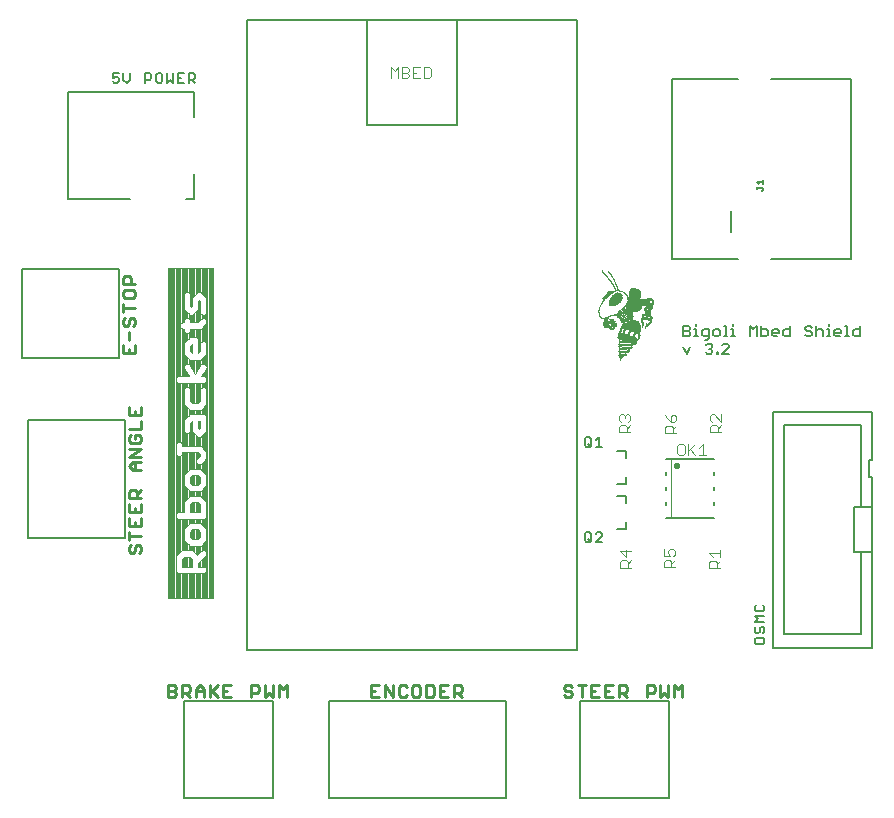
<source format=gbr>
G04 EAGLE Gerber X2 export*
%TF.Part,Single*%
%TF.FileFunction,Legend,Top,1*%
%TF.FilePolarity,Positive*%
%TF.GenerationSoftware,Autodesk,EAGLE,9.1.1*%
%TF.CreationDate,2018-08-07T16:54:33Z*%
G75*
%MOMM*%
%FSLAX34Y34*%
%LPD*%
%AMOC8*
5,1,8,0,0,1.08239X$1,22.5*%
G01*
%ADD10C,0.152400*%
%ADD11C,0.203200*%
%ADD12C,0.127000*%
%ADD13C,0.076200*%
%ADD14C,0.101600*%
%ADD15C,0.560000*%
%ADD16R,0.030481X0.010156*%
%ADD17R,0.030475X0.010156*%
%ADD18R,0.050800X0.010156*%
%ADD19R,0.050800X0.010162*%
%ADD20R,0.071119X0.010156*%
%ADD21R,0.040638X0.010156*%
%ADD22R,0.030481X0.010162*%
%ADD23R,0.030475X0.010162*%
%ADD24R,0.040638X0.010162*%
%ADD25R,0.020319X0.010156*%
%ADD26R,0.010156X0.010156*%
%ADD27R,0.132075X0.010156*%
%ADD28R,0.213363X0.010156*%
%ADD29R,0.254000X0.010162*%
%ADD30R,0.010156X0.010162*%
%ADD31R,0.375919X0.010156*%
%ADD32R,0.436875X0.010156*%
%ADD33R,0.518162X0.010156*%
%ADD34R,0.558800X0.010156*%
%ADD35R,0.599438X0.010162*%
%ADD36R,0.579119X0.010156*%
%ADD37R,0.599438X0.010156*%
%ADD38R,0.538481X0.010156*%
%ADD39R,0.010162X0.010162*%
%ADD40R,0.426719X0.010162*%
%ADD41R,0.010162X0.010156*%
%ADD42R,0.386081X0.010156*%
%ADD43R,0.294637X0.010156*%
%ADD44R,0.233681X0.010156*%
%ADD45R,0.142238X0.010156*%
%ADD46R,0.081275X0.010162*%
%ADD47R,0.132081X0.010162*%
%ADD48R,0.152400X0.010156*%
%ADD49R,0.365762X0.010156*%
%ADD50R,0.497838X0.010156*%
%ADD51R,0.568963X0.010162*%
%ADD52R,0.701037X0.010156*%
%ADD53R,0.772163X0.010156*%
%ADD54R,0.822963X0.010156*%
%ADD55R,0.843281X0.010156*%
%ADD56R,0.843281X0.010162*%
%ADD57R,0.833119X0.010156*%
%ADD58R,0.772156X0.010156*%
%ADD59R,0.548638X0.010156*%
%ADD60R,0.396238X0.010162*%
%ADD61R,0.335281X0.010156*%
%ADD62R,0.193038X0.010156*%
%ADD63R,0.172719X0.010156*%
%ADD64R,0.071119X0.010162*%
%ADD65R,0.182881X0.010156*%
%ADD66R,0.447038X0.010156*%
%ADD67R,0.721356X0.010162*%
%ADD68R,0.863600X0.010156*%
%ADD69R,0.965200X0.010156*%
%ADD70R,1.066800X0.010156*%
%ADD71R,1.076956X0.010156*%
%ADD72R,1.087119X0.010162*%
%ADD73R,1.087119X0.010156*%
%ADD74R,1.026156X0.010156*%
%ADD75R,0.802638X0.010156*%
%ADD76R,0.721363X0.010156*%
%ADD77R,0.538475X0.010162*%
%ADD78R,0.457200X0.010156*%
%ADD79R,0.284481X0.010156*%
%ADD80R,0.182875X0.010156*%
%ADD81R,0.060956X0.010156*%
%ADD82R,0.365756X0.010162*%
%ADD83R,0.477519X0.010156*%
%ADD84R,0.680719X0.010156*%
%ADD85R,0.782319X0.010156*%
%ADD86R,0.985519X0.010156*%
%ADD87R,1.229356X0.010156*%
%ADD88R,1.259838X0.010156*%
%ADD89R,1.249681X0.010156*%
%ADD90R,1.178556X0.010162*%
%ADD91R,0.975356X0.010156*%
%ADD92R,0.355600X0.010162*%
%ADD93R,0.314956X0.010156*%
%ADD94R,0.355600X0.010156*%
%ADD95R,0.396238X0.010156*%
%ADD96R,0.436881X0.010156*%
%ADD97R,0.548638X0.010162*%
%ADD98R,0.243838X0.010156*%
%ADD99R,0.609600X0.010156*%
%ADD100R,0.619756X0.010156*%
%ADD101R,0.589281X0.010156*%
%ADD102R,0.660400X0.010156*%
%ADD103R,0.721356X0.010156*%
%ADD104R,1.483356X0.010162*%
%ADD105R,1.483356X0.010156*%
%ADD106R,1.493519X0.010156*%
%ADD107R,1.513838X0.010156*%
%ADD108R,1.493519X0.010162*%
%ADD109R,1.341119X0.010156*%
%ADD110R,1.209037X0.010156*%
%ADD111R,1.005837X0.010156*%
%ADD112R,1.016000X0.010162*%
%ADD113R,1.097281X0.010156*%
%ADD114R,1.137919X0.010156*%
%ADD115R,1.148075X0.010162*%
%ADD116R,1.178556X0.010156*%
%ADD117R,1.270000X0.010156*%
%ADD118R,1.290319X0.010156*%
%ADD119R,1.391919X0.010162*%
%ADD120R,1.402081X0.010156*%
%ADD121R,1.442719X0.010156*%
%ADD122R,1.473200X0.010156*%
%ADD123R,1.595119X0.010156*%
%ADD124R,1.584956X0.010162*%
%ADD125R,0.091438X0.010156*%
%ADD126R,1.463037X0.010156*%
%ADD127R,0.101600X0.010156*%
%ADD128R,1.452881X0.010156*%
%ADD129R,1.452881X0.010162*%
%ADD130R,0.111756X0.010162*%
%ADD131R,0.111756X0.010156*%
%ADD132R,0.101600X0.010162*%
%ADD133R,1.452875X0.010162*%
%ADD134R,0.121919X0.010162*%
%ADD135R,1.452875X0.010156*%
%ADD136R,0.111763X0.010156*%
%ADD137R,0.121919X0.010156*%
%ADD138R,1.432556X0.010162*%
%ADD139R,1.198881X0.010156*%
%ADD140R,1.188719X0.010156*%
%ADD141R,1.148075X0.010156*%
%ADD142R,1.127763X0.010162*%
%ADD143R,0.182881X0.010162*%
%ADD144R,0.162556X0.010156*%
%ADD145R,1.036319X0.010156*%
%ADD146R,0.965200X0.010162*%
%ADD147R,0.172719X0.010162*%
%ADD148R,0.132081X0.010156*%
%ADD149R,0.955038X0.010156*%
%ADD150R,0.944881X0.010156*%
%ADD151R,0.081281X0.010156*%
%ADD152R,0.640075X0.010162*%
%ADD153R,0.193038X0.010162*%
%ADD154R,0.528319X0.010156*%
%ADD155R,0.436881X0.010162*%
%ADD156R,0.426719X0.010156*%
%ADD157R,0.213356X0.010156*%
%ADD158R,0.264163X0.010162*%
%ADD159R,0.223519X0.010162*%
%ADD160R,0.254000X0.010156*%
%ADD161R,0.274319X0.010156*%
%ADD162R,0.304800X0.010156*%
%ADD163R,0.162562X0.010156*%
%ADD164R,0.132075X0.010162*%
%ADD165R,0.518156X0.010162*%
%ADD166R,0.508000X0.010156*%
%ADD167R,0.152400X0.010162*%
%ADD168R,0.518162X0.010162*%
%ADD169R,0.629919X0.010156*%
%ADD170R,0.670556X0.010162*%
%ADD171R,0.182875X0.010162*%
%ADD172R,0.792475X0.010162*%
%ADD173R,0.995675X0.010156*%
%ADD174R,0.975356X0.010162*%
%ADD175R,0.020319X0.010162*%
%ADD176R,0.345438X0.010156*%
%ADD177R,1.016000X0.010156*%
%ADD178R,0.375919X0.010162*%
%ADD179R,0.142238X0.010162*%
%ADD180R,1.127756X0.010162*%
%ADD181R,0.091438X0.010162*%
%ADD182R,1.249675X0.010156*%
%ADD183R,0.386075X0.010156*%
%ADD184R,0.406400X0.010156*%
%ADD185R,1.239519X0.010156*%
%ADD186R,1.249675X0.010162*%
%ADD187R,0.416563X0.010156*%
%ADD188R,1.310638X0.010156*%
%ADD189R,1.432556X0.010156*%
%ADD190R,1.391919X0.010156*%
%ADD191R,0.203200X0.010162*%
%ADD192R,0.233681X0.010162*%
%ADD193R,1.330956X0.010156*%
%ADD194R,0.203200X0.010156*%
%ADD195R,1.320800X0.010156*%
%ADD196R,1.209037X0.010162*%
%ADD197R,0.345438X0.010162*%
%ADD198R,1.148081X0.010156*%
%ADD199R,1.107438X0.010156*%
%ADD200R,1.076963X0.010156*%
%ADD201R,0.284475X0.010162*%
%ADD202R,0.294637X0.010162*%
%ADD203R,0.213363X0.010162*%
%ADD204R,1.066800X0.010162*%
%ADD205R,0.487675X0.010162*%
%ADD206R,0.538475X0.010156*%
%ADD207R,0.924556X0.010156*%
%ADD208R,0.731519X0.010162*%
%ADD209R,0.243838X0.010162*%
%ADD210R,0.894075X0.010162*%
%ADD211R,0.609600X0.010162*%
%ADD212R,0.741681X0.010156*%
%ADD213R,0.883919X0.010156*%
%ADD214R,0.640075X0.010156*%
%ADD215R,0.822956X0.010156*%
%ADD216R,0.812800X0.010156*%
%ADD217R,0.690881X0.010156*%
%ADD218R,0.751838X0.010156*%
%ADD219R,0.711200X0.010156*%
%ADD220R,0.741681X0.010162*%
%ADD221R,0.060963X0.010162*%
%ADD222R,0.060963X0.010156*%
%ADD223R,0.792481X0.010156*%
%ADD224R,0.223519X0.010156*%
%ADD225R,0.640081X0.010156*%
%ADD226R,0.518156X0.010156*%
%ADD227R,0.508000X0.010162*%
%ADD228R,0.863600X0.010162*%
%ADD229R,0.081281X0.010162*%
%ADD230R,0.528319X0.010162*%
%ADD231R,0.162556X0.010162*%
%ADD232R,0.335281X0.010162*%
%ADD233R,1.026156X0.010162*%
%ADD234R,1.046481X0.010156*%
%ADD235R,1.127756X0.010156*%
%ADD236R,0.762000X0.010162*%
%ADD237R,0.314956X0.010162*%
%ADD238R,1.168400X0.010162*%
%ADD239R,0.762000X0.010156*%
%ADD240R,0.264156X0.010156*%
%ADD241R,0.284475X0.010156*%
%ADD242R,0.274319X0.010162*%
%ADD243R,0.335275X0.010156*%
%ADD244R,0.325119X0.010156*%
%ADD245R,0.233675X0.010162*%
%ADD246R,0.670563X0.010156*%
%ADD247R,0.944881X0.010162*%
%ADD248R,0.619756X0.010162*%
%ADD249R,0.914400X0.010156*%
%ADD250R,0.568963X0.010156*%
%ADD251R,0.447038X0.010162*%
%ADD252R,0.497838X0.010162*%
%ADD253R,0.416556X0.010156*%
%ADD254R,0.568956X0.010156*%
%ADD255R,0.487681X0.010156*%
%ADD256R,0.670556X0.010156*%
%ADD257R,0.365756X0.010156*%
%ADD258R,0.751838X0.010162*%
%ADD259R,0.111763X0.010162*%
%ADD260R,0.822956X0.010162*%
%ADD261R,0.264156X0.010162*%
%ADD262R,0.467363X0.010162*%
%ADD263R,0.060956X0.010162*%
%ADD264R,0.883919X0.010162*%
%ADD265R,0.904238X0.010156*%
%ADD266R,0.660400X0.010162*%
%ADD267R,0.589275X0.010156*%
%ADD268R,0.233675X0.010156*%
%ADD269R,0.213356X0.010162*%
%ADD270R,0.457200X0.010162*%
%ADD271R,0.314963X0.010156*%
%ADD272R,0.264163X0.010156*%
%ADD273R,0.081275X0.010156*%
%ADD274R,0.436875X0.010162*%
%ADD275R,0.579119X0.010162*%
%ADD276R,0.680719X0.010162*%
%ADD277R,0.619762X0.010156*%
%ADD278R,0.487675X0.010156*%
%ADD279R,0.467356X0.010156*%
%ADD280R,0.477519X0.010162*%
%ADD281R,0.924563X0.010162*%
%ADD282R,0.650238X0.010156*%
%ADD283R,0.670563X0.010162*%
%ADD284R,0.416556X0.010162*%
%ADD285R,0.843275X0.010156*%
%ADD286R,0.416563X0.010162*%
%ADD287R,1.046475X0.010156*%
%ADD288R,1.056638X0.010156*%
%ADD289R,1.158238X0.010156*%
%ADD290R,1.168400X0.010156*%
%ADD291R,1.188719X0.010162*%
%ADD292R,1.270000X0.010162*%
%ADD293R,1.310638X0.010162*%
%ADD294R,1.351275X0.010156*%
%ADD295R,1.351275X0.010162*%
%ADD296R,1.361438X0.010156*%
%ADD297R,1.361438X0.010162*%
%ADD298R,1.371600X0.010156*%
%ADD299R,1.381763X0.010156*%
%ADD300R,1.371600X0.010162*%
%ADD301R,0.386075X0.010162*%
%ADD302R,1.432562X0.010162*%
%ADD303R,0.386081X0.010162*%
%ADD304R,1.554481X0.010156*%
%ADD305R,1.229356X0.010162*%
%ADD306R,0.335275X0.010162*%
%ADD307R,1.280156X0.010156*%
%ADD308R,1.574800X0.010162*%
%ADD309R,1.635756X0.010156*%
%ADD310R,1.645919X0.010156*%
%ADD311R,1.656075X0.010156*%
%ADD312R,1.666238X0.010156*%
%ADD313R,1.676400X0.010162*%
%ADD314R,0.731519X0.010156*%
%ADD315R,1.656081X0.010156*%
%ADD316R,1.676400X0.010156*%
%ADD317R,0.792475X0.010156*%
%ADD318R,0.802638X0.010162*%
%ADD319R,1.473200X0.010162*%
%ADD320R,1.869438X0.010156*%
%ADD321R,1.838956X0.010156*%
%ADD322R,0.853438X0.010156*%
%ADD323R,1.849119X0.010156*%
%ADD324R,1.818638X0.010156*%
%ADD325R,0.873756X0.010162*%
%ADD326R,1.818638X0.010162*%
%ADD327R,1.808475X0.010156*%
%ADD328R,0.894075X0.010156*%
%ADD329R,0.914400X0.010162*%
%ADD330R,0.944875X0.010156*%
%ADD331R,1.117600X0.010156*%
%ADD332R,0.955038X0.010162*%
%ADD333R,1.341119X0.010162*%
%ADD334R,1.534156X0.010156*%
%ADD335R,0.985519X0.010162*%
%ADD336R,1.808481X0.010162*%
%ADD337R,0.995681X0.010156*%
%ADD338R,1.828800X0.010156*%
%ADD339R,1.859281X0.010156*%
%ADD340R,1.889756X0.010156*%
%ADD341R,2.164081X0.010162*%
%ADD342R,2.143763X0.010156*%
%ADD343R,2.153919X0.010156*%
%ADD344R,1.005837X0.010162*%
%ADD345R,0.975363X0.010156*%
%ADD346R,0.640081X0.010162*%
%ADD347R,0.995681X0.010162*%
%ADD348R,1.046475X0.010162*%
%ADD349R,0.325119X0.010162*%
%ADD350R,0.934719X0.010156*%
%ADD351R,0.894081X0.010156*%
%ADD352R,0.904238X0.010162*%
%ADD353R,0.782319X0.010162*%
%ADD354R,0.701037X0.010162*%
%ADD355R,1.056638X0.010162*%
%ADD356R,1.046481X0.010162*%
%ADD357R,1.026163X0.010162*%
%ADD358R,1.026163X0.010156*%
%ADD359R,0.467356X0.010162*%
%ADD360R,0.741675X0.010156*%
%ADD361C,0.254000*%
%ADD362C,0.100000*%


D10*
X524962Y360922D02*
X524962Y369565D01*
X529284Y369565D01*
X530724Y368125D01*
X530724Y366684D01*
X529284Y365244D01*
X530724Y363803D01*
X530724Y362363D01*
X529284Y360922D01*
X524962Y360922D01*
X524962Y365244D02*
X529284Y365244D01*
X534317Y366684D02*
X535758Y366684D01*
X535758Y360922D01*
X537198Y360922D02*
X534317Y360922D01*
X535758Y369565D02*
X535758Y371006D01*
X543435Y358041D02*
X544876Y358041D01*
X546316Y359481D01*
X546316Y366684D01*
X541995Y366684D01*
X540554Y365244D01*
X540554Y362363D01*
X541995Y360922D01*
X546316Y360922D01*
X551350Y360922D02*
X554231Y360922D01*
X555671Y362363D01*
X555671Y365244D01*
X554231Y366684D01*
X551350Y366684D01*
X549909Y365244D01*
X549909Y362363D01*
X551350Y360922D01*
X559264Y369565D02*
X560705Y369565D01*
X560705Y360922D01*
X562145Y360922D02*
X559264Y360922D01*
X565501Y366684D02*
X566942Y366684D01*
X566942Y360922D01*
X568382Y360922D02*
X565501Y360922D01*
X566942Y369565D02*
X566942Y371006D01*
X581093Y369565D02*
X581093Y360922D01*
X583974Y366684D02*
X581093Y369565D01*
X583974Y366684D02*
X586855Y369565D01*
X586855Y360922D01*
X590448Y360922D02*
X590448Y369565D01*
X590448Y360922D02*
X594770Y360922D01*
X596211Y362363D01*
X596211Y365244D01*
X594770Y366684D01*
X590448Y366684D01*
X601244Y360922D02*
X604125Y360922D01*
X601244Y360922D02*
X599803Y362363D01*
X599803Y365244D01*
X601244Y366684D01*
X604125Y366684D01*
X605566Y365244D01*
X605566Y363803D01*
X599803Y363803D01*
X614921Y360922D02*
X614921Y369565D01*
X614921Y360922D02*
X610599Y360922D01*
X609159Y362363D01*
X609159Y365244D01*
X610599Y366684D01*
X614921Y366684D01*
X632191Y369565D02*
X633631Y368125D01*
X632191Y369565D02*
X629310Y369565D01*
X627869Y368125D01*
X627869Y366684D01*
X629310Y365244D01*
X632191Y365244D01*
X633631Y363803D01*
X633631Y362363D01*
X632191Y360922D01*
X629310Y360922D01*
X627869Y362363D01*
X637224Y360922D02*
X637224Y369565D01*
X638665Y366684D02*
X637224Y365244D01*
X638665Y366684D02*
X641546Y366684D01*
X642986Y365244D01*
X642986Y360922D01*
X646579Y366684D02*
X648020Y366684D01*
X648020Y360922D01*
X646579Y360922D02*
X649461Y360922D01*
X648020Y369565D02*
X648020Y371006D01*
X654257Y360922D02*
X657138Y360922D01*
X654257Y360922D02*
X652816Y362363D01*
X652816Y365244D01*
X654257Y366684D01*
X657138Y366684D01*
X658578Y365244D01*
X658578Y363803D01*
X652816Y363803D01*
X662171Y369565D02*
X663612Y369565D01*
X663612Y360922D01*
X662171Y360922D02*
X665053Y360922D01*
X674170Y360922D02*
X674170Y369565D01*
X674170Y360922D02*
X669849Y360922D01*
X668408Y362363D01*
X668408Y365244D01*
X669849Y366684D01*
X674170Y366684D01*
X527843Y345922D02*
X524962Y351684D01*
X530724Y351684D02*
X527843Y345922D01*
X543672Y353125D02*
X545113Y354565D01*
X547994Y354565D01*
X549435Y353125D01*
X549435Y351684D01*
X547994Y350244D01*
X546554Y350244D01*
X547994Y350244D02*
X549435Y348803D01*
X549435Y347363D01*
X547994Y345922D01*
X545113Y345922D01*
X543672Y347363D01*
X553028Y347363D02*
X553028Y345922D01*
X553028Y347363D02*
X554468Y347363D01*
X554468Y345922D01*
X553028Y345922D01*
X557705Y345922D02*
X563467Y345922D01*
X557705Y345922D02*
X563467Y351684D01*
X563467Y353125D01*
X562027Y354565D01*
X559146Y354565D01*
X557705Y353125D01*
D11*
X515250Y426360D02*
X515250Y577760D01*
X667250Y578760D02*
X667250Y426360D01*
X571200Y426360D02*
X516200Y426360D01*
X515200Y578360D02*
X571200Y578360D01*
X599200Y426360D02*
X666200Y426360D01*
X667200Y578360D02*
X599200Y578360D01*
X564910Y467000D02*
X564910Y449220D01*
D12*
X591410Y484145D02*
X592215Y484950D01*
X592215Y485755D01*
X591410Y486560D01*
X587385Y486560D01*
X587385Y485755D02*
X587385Y487365D01*
X588995Y489758D02*
X587385Y491368D01*
X592215Y491368D01*
X592215Y489758D02*
X592215Y492978D01*
D11*
X110800Y498460D02*
X110800Y477460D01*
X56800Y477460D02*
X3800Y477460D01*
X103800Y477460D02*
X110800Y477460D01*
X110800Y567460D02*
X3800Y567460D01*
X110800Y567460D02*
X110800Y546460D01*
X3800Y567460D02*
X3800Y477460D01*
X41590Y583379D02*
X46907Y583379D01*
X41590Y583379D02*
X41590Y579391D01*
X44248Y580721D01*
X45577Y580721D01*
X46907Y579391D01*
X46907Y576733D01*
X45577Y575404D01*
X42919Y575404D01*
X41590Y576733D01*
X50798Y578062D02*
X50798Y583379D01*
X50798Y578062D02*
X53456Y575404D01*
X56114Y578062D01*
X56114Y583379D01*
X69214Y583379D02*
X69214Y575404D01*
X69214Y583379D02*
X73201Y583379D01*
X74530Y582050D01*
X74530Y579391D01*
X73201Y578062D01*
X69214Y578062D01*
X79751Y583379D02*
X82409Y583379D01*
X79751Y583379D02*
X78421Y582050D01*
X78421Y576733D01*
X79751Y575404D01*
X82409Y575404D01*
X83738Y576733D01*
X83738Y582050D01*
X82409Y583379D01*
X87629Y583379D02*
X87629Y575404D01*
X90287Y578062D01*
X92946Y575404D01*
X92946Y583379D01*
X96837Y583379D02*
X102154Y583379D01*
X96837Y583379D02*
X96837Y575404D01*
X102154Y575404D01*
X99495Y579391D02*
X96837Y579391D01*
X106045Y575404D02*
X106045Y583379D01*
X110032Y583379D01*
X111361Y582050D01*
X111361Y579391D01*
X110032Y578062D01*
X106045Y578062D01*
X108703Y578062D02*
X111361Y575404D01*
D12*
X155400Y628960D02*
X257000Y628960D01*
X333200Y628960D01*
X434800Y628960D01*
X434800Y95560D01*
X155400Y95560D01*
X155400Y628960D01*
X333200Y628960D02*
X333200Y540060D01*
X257000Y540060D01*
X257000Y628960D01*
D13*
X277381Y588587D02*
X277381Y579341D01*
X280463Y585505D02*
X277381Y588587D01*
X280463Y585505D02*
X283545Y588587D01*
X283545Y579341D01*
X286589Y579341D02*
X286589Y588587D01*
X291212Y588587D01*
X292753Y587046D01*
X292753Y585505D01*
X291212Y583964D01*
X292753Y582423D01*
X292753Y580882D01*
X291212Y579341D01*
X286589Y579341D01*
X286589Y583964D02*
X291212Y583964D01*
X295797Y588587D02*
X301961Y588587D01*
X295797Y588587D02*
X295797Y579341D01*
X301961Y579341D01*
X298879Y583964D02*
X295797Y583964D01*
X305005Y588587D02*
X305005Y579341D01*
X309627Y579341D01*
X311168Y580882D01*
X311168Y587046D01*
X309627Y588587D01*
X305005Y588587D01*
D14*
X514698Y257060D02*
X514698Y207260D01*
D10*
X551020Y243590D02*
X551020Y246130D01*
X551020Y233430D02*
X551020Y230890D01*
X551020Y220730D02*
X551020Y218190D01*
X510380Y243590D02*
X510380Y246130D01*
X510380Y233430D02*
X510380Y230890D01*
X510380Y220730D02*
X510380Y218190D01*
X514698Y207260D02*
X550980Y207260D01*
X514698Y207260D02*
X510420Y207260D01*
X514698Y257060D02*
X550980Y257060D01*
X514698Y257060D02*
X510420Y257060D01*
D15*
X519790Y251440D03*
D14*
X521435Y269680D02*
X524432Y269680D01*
X521435Y269680D02*
X519936Y268181D01*
X519936Y262187D01*
X521435Y260688D01*
X524432Y260688D01*
X525931Y262187D01*
X525931Y268181D01*
X524432Y269680D01*
X529144Y269680D02*
X529144Y260688D01*
X529144Y263685D02*
X535139Y269680D01*
X530643Y265184D02*
X535139Y260688D01*
X538352Y266682D02*
X541349Y269680D01*
X541349Y260688D01*
X538352Y260688D02*
X544346Y260688D01*
D11*
X600700Y297160D02*
X600700Y97160D01*
X600700Y297160D02*
X684700Y297160D01*
X684700Y256540D01*
X681700Y256540D01*
X681700Y241750D01*
X684700Y241750D01*
X684700Y215990D01*
X669200Y215990D01*
X669200Y178330D01*
X684700Y178330D01*
X684700Y215990D01*
X684700Y178330D02*
X684700Y97160D01*
X600700Y97160D01*
X609950Y108410D02*
X609950Y285910D01*
X675450Y285910D01*
X675450Y215990D01*
X675450Y178330D02*
X675450Y108410D01*
X609950Y108410D01*
X585489Y104263D02*
X585489Y101605D01*
X586818Y100276D01*
X592135Y100276D01*
X593464Y101605D01*
X593464Y104263D01*
X592135Y105593D01*
X586818Y105593D01*
X585489Y104263D01*
X585489Y113471D02*
X586818Y114800D01*
X585489Y113471D02*
X585489Y110813D01*
X586818Y109484D01*
X588147Y109484D01*
X589477Y110813D01*
X589477Y113471D01*
X590806Y114800D01*
X592135Y114800D01*
X593464Y113471D01*
X593464Y110813D01*
X592135Y109484D01*
X593464Y118692D02*
X585489Y118692D01*
X588147Y121350D01*
X585489Y124008D01*
X593464Y124008D01*
X585489Y131887D02*
X586818Y133216D01*
X585489Y131887D02*
X585489Y129229D01*
X586818Y127900D01*
X592135Y127900D01*
X593464Y129229D01*
X593464Y131887D01*
X592135Y133216D01*
X476500Y257860D02*
X476500Y263860D01*
X468500Y263860D01*
X476500Y241860D02*
X476500Y235860D01*
X468500Y235860D01*
X441308Y268715D02*
X441308Y274032D01*
X442637Y275361D01*
X445296Y275361D01*
X446625Y274032D01*
X446625Y268715D01*
X445296Y267386D01*
X442637Y267386D01*
X441308Y268715D01*
X443966Y270044D02*
X446625Y267386D01*
X450516Y272703D02*
X453174Y275361D01*
X453174Y267386D01*
X450516Y267386D02*
X455833Y267386D01*
X476500Y225760D02*
X476500Y219760D01*
X476500Y225760D02*
X468500Y225760D01*
X476500Y203760D02*
X476500Y197760D01*
X468500Y197760D01*
X441308Y193432D02*
X441308Y188115D01*
X441308Y193432D02*
X442637Y194761D01*
X445296Y194761D01*
X446625Y193432D01*
X446625Y188115D01*
X445296Y186786D01*
X442637Y186786D01*
X441308Y188115D01*
X443966Y189444D02*
X446625Y186786D01*
X450516Y186786D02*
X455833Y186786D01*
X450516Y186786D02*
X455833Y192103D01*
X455833Y193432D01*
X454503Y194761D01*
X451845Y194761D01*
X450516Y193432D01*
D13*
X546873Y164833D02*
X556119Y164833D01*
X546873Y164833D02*
X546873Y169456D01*
X548414Y170997D01*
X551496Y170997D01*
X553037Y169456D01*
X553037Y164833D01*
X553037Y167915D02*
X556119Y170997D01*
X549955Y174041D02*
X546873Y177123D01*
X556119Y177123D01*
X556119Y174041D02*
X556119Y180205D01*
X556989Y279493D02*
X547743Y279493D01*
X547743Y284116D01*
X549284Y285657D01*
X552366Y285657D01*
X553907Y284116D01*
X553907Y279493D01*
X553907Y282575D02*
X556989Y285657D01*
X556989Y288701D02*
X556989Y294865D01*
X556989Y288701D02*
X550825Y294865D01*
X549284Y294865D01*
X547743Y293324D01*
X547743Y290242D01*
X549284Y288701D01*
X479879Y279453D02*
X470633Y279453D01*
X470633Y284076D01*
X472174Y285617D01*
X475256Y285617D01*
X476797Y284076D01*
X476797Y279453D01*
X476797Y282535D02*
X479879Y285617D01*
X472174Y288661D02*
X470633Y290202D01*
X470633Y293284D01*
X472174Y294825D01*
X473715Y294825D01*
X475256Y293284D01*
X475256Y291743D01*
X475256Y293284D02*
X476797Y294825D01*
X478338Y294825D01*
X479879Y293284D01*
X479879Y290202D01*
X478338Y288661D01*
X480789Y164913D02*
X471543Y164913D01*
X471543Y169536D01*
X473084Y171077D01*
X476166Y171077D01*
X477707Y169536D01*
X477707Y164913D01*
X477707Y167995D02*
X480789Y171077D01*
X480789Y178744D02*
X471543Y178744D01*
X476166Y174121D01*
X476166Y180285D01*
X508613Y165233D02*
X517859Y165233D01*
X508613Y165233D02*
X508613Y169856D01*
X510154Y171397D01*
X513236Y171397D01*
X514777Y169856D01*
X514777Y165233D01*
X514777Y168315D02*
X517859Y171397D01*
X508613Y174441D02*
X508613Y180605D01*
X508613Y174441D02*
X513236Y174441D01*
X511695Y177523D01*
X511695Y179064D01*
X513236Y180605D01*
X516318Y180605D01*
X517859Y179064D01*
X517859Y175982D01*
X516318Y174441D01*
X518889Y279133D02*
X509643Y279133D01*
X509643Y283756D01*
X511184Y285297D01*
X514266Y285297D01*
X515807Y283756D01*
X515807Y279133D01*
X515807Y282215D02*
X518889Y285297D01*
X511184Y291423D02*
X509643Y294505D01*
X511184Y291423D02*
X514266Y288341D01*
X517348Y288341D01*
X518889Y289882D01*
X518889Y292964D01*
X517348Y294505D01*
X515807Y294505D01*
X514266Y292964D01*
X514266Y288341D01*
D16*
X471703Y340262D03*
D17*
X471805Y340363D03*
D18*
X471805Y340465D03*
D19*
X471906Y340566D03*
D20*
X471906Y340668D03*
X471906Y340770D03*
D16*
X471703Y340871D03*
D21*
X472160Y340871D03*
D16*
X471703Y340973D03*
X472211Y340973D03*
D22*
X471703Y341074D03*
D23*
X472313Y341074D03*
D16*
X471703Y341176D03*
D17*
X472414Y341176D03*
D16*
X471703Y341278D03*
X472516Y341278D03*
X471703Y341379D03*
X472618Y341379D03*
X471703Y341481D03*
D21*
X472668Y341481D03*
D22*
X471703Y341582D03*
D24*
X472770Y341582D03*
D16*
X471703Y341684D03*
D18*
X472821Y341684D03*
D16*
X471703Y341786D03*
D18*
X472922Y341786D03*
D16*
X471703Y341887D03*
D18*
X473024Y341887D03*
D16*
X471703Y341989D03*
D21*
X473075Y341989D03*
D22*
X471703Y342090D03*
D19*
X473227Y342090D03*
D16*
X471703Y342192D03*
X473227Y342192D03*
X471703Y342294D03*
D21*
X473380Y342294D03*
D16*
X471703Y342395D03*
D17*
X473430Y342395D03*
D16*
X471703Y342497D03*
X473532Y342497D03*
D22*
X471703Y342598D03*
X473634Y342598D03*
D16*
X471703Y342700D03*
D21*
X473684Y342700D03*
D25*
X471652Y342802D03*
D17*
X473837Y342802D03*
D16*
X471703Y342903D03*
D21*
X473888Y342903D03*
D25*
X471652Y343005D03*
D21*
X473989Y343005D03*
D22*
X471703Y343106D03*
D19*
X474040Y343106D03*
D25*
X471652Y343208D03*
D18*
X474142Y343208D03*
D20*
X470890Y343310D03*
D26*
X471398Y343310D03*
D16*
X471703Y343310D03*
D18*
X474243Y343310D03*
D27*
X471297Y343411D03*
D21*
X474294Y343411D03*
D28*
X471602Y343513D03*
D26*
X472821Y343513D03*
X473024Y343513D03*
D18*
X474446Y343513D03*
D29*
X471906Y343614D03*
D30*
X473329Y343614D03*
X473532Y343614D03*
D24*
X474497Y343614D03*
D31*
X472414Y343716D03*
D21*
X474599Y343716D03*
D32*
X472821Y343818D03*
D33*
X473126Y343919D03*
D26*
X475869Y343919D03*
D34*
X473430Y344021D03*
D26*
X476377Y344021D03*
D35*
X473532Y344122D03*
D36*
X473532Y344224D03*
D37*
X473532Y344326D03*
D26*
X470687Y344427D03*
D36*
X473735Y344427D03*
D26*
X471195Y344529D03*
D38*
X474040Y344529D03*
D22*
X471602Y344630D03*
D39*
X472110Y344630D03*
D30*
X472313Y344630D03*
D40*
X474599Y344630D03*
D16*
X471703Y344732D03*
D41*
X472618Y344732D03*
D26*
X472821Y344732D03*
D42*
X474904Y344732D03*
D16*
X471602Y344834D03*
D26*
X473735Y344834D03*
D43*
X475361Y344834D03*
D16*
X471703Y344935D03*
D26*
X474446Y344935D03*
D44*
X475767Y344935D03*
D16*
X471602Y345037D03*
D26*
X475361Y345037D03*
D45*
X476224Y345037D03*
D22*
X471703Y345138D03*
D19*
X475869Y345138D03*
D46*
X476631Y345138D03*
D16*
X471602Y345240D03*
D17*
X475869Y345240D03*
D26*
X476986Y345240D03*
D16*
X471703Y345342D03*
D21*
X475920Y345342D03*
D16*
X471602Y345443D03*
X476072Y345443D03*
X471703Y345545D03*
D18*
X476072Y345545D03*
D22*
X471602Y345646D03*
D24*
X476224Y345646D03*
D16*
X471703Y345748D03*
D18*
X476275Y345748D03*
D16*
X471602Y345850D03*
D21*
X476428Y345850D03*
D16*
X471703Y345951D03*
D18*
X476478Y345951D03*
D16*
X471602Y346053D03*
D18*
X476580Y346053D03*
D47*
X471195Y346154D03*
D24*
X476631Y346154D03*
D48*
X471398Y346256D03*
D26*
X472313Y346256D03*
X472516Y346256D03*
D21*
X476732Y346256D03*
D43*
X472008Y346358D03*
D41*
X473634Y346358D03*
D26*
X473837Y346358D03*
D18*
X476885Y346358D03*
D49*
X472364Y346459D03*
D26*
X474345Y346459D03*
X474548Y346459D03*
D17*
X476885Y346459D03*
D50*
X473024Y346561D03*
D41*
X475666Y346561D03*
D26*
X475869Y346561D03*
D21*
X477037Y346561D03*
D51*
X473380Y346662D03*
D30*
X476377Y346662D03*
X476580Y346662D03*
D22*
X477088Y346662D03*
D52*
X474040Y346764D03*
D41*
X477698Y346764D03*
D26*
X477901Y346764D03*
D53*
X474396Y346866D03*
D26*
X478409Y346866D03*
X478612Y346866D03*
D54*
X474650Y346967D03*
D55*
X474650Y347069D03*
D56*
X474751Y347170D03*
D26*
X470484Y347272D03*
D57*
X474802Y347272D03*
D26*
X471195Y347374D03*
D58*
X475208Y347374D03*
D16*
X471602Y347475D03*
D26*
X472719Y347475D03*
X472922Y347475D03*
D37*
X476072Y347475D03*
D21*
X471652Y347577D03*
D26*
X473430Y347577D03*
D41*
X473634Y347577D03*
D59*
X476529Y347577D03*
D22*
X471602Y347678D03*
D30*
X474751Y347678D03*
X474954Y347678D03*
D39*
X475158Y347678D03*
D60*
X477291Y347678D03*
D21*
X471652Y347780D03*
D41*
X475666Y347780D03*
D26*
X475869Y347780D03*
D61*
X477698Y347780D03*
D16*
X471602Y347882D03*
D26*
X476986Y347882D03*
D41*
X477190Y347882D03*
D26*
X477393Y347882D03*
D62*
X478510Y347882D03*
D21*
X471652Y347983D03*
D63*
X478714Y347983D03*
D16*
X471602Y348085D03*
X478307Y348085D03*
D26*
X479425Y348085D03*
D24*
X471652Y348186D03*
X478358Y348186D03*
D16*
X471602Y348288D03*
D21*
X478460Y348288D03*
X471652Y348390D03*
D18*
X478510Y348390D03*
D16*
X471602Y348491D03*
D18*
X478612Y348491D03*
D16*
X471602Y348593D03*
D18*
X478714Y348593D03*
D22*
X471602Y348694D03*
D19*
X478815Y348694D03*
D16*
X471602Y348796D03*
D18*
X478917Y348796D03*
D16*
X471602Y348898D03*
D21*
X478968Y348898D03*
D16*
X471602Y348999D03*
D21*
X479069Y348999D03*
D16*
X471602Y349101D03*
X479120Y349101D03*
D64*
X470890Y349202D03*
D19*
X471602Y349202D03*
D22*
X479222Y349202D03*
D65*
X471449Y349304D03*
D26*
X472516Y349304D03*
X472719Y349304D03*
D16*
X479323Y349304D03*
D61*
X472211Y349406D03*
D26*
X474040Y349406D03*
X474243Y349406D03*
X474446Y349406D03*
D17*
X479425Y349406D03*
D66*
X472770Y349507D03*
D41*
X475158Y349507D03*
D26*
X475361Y349507D03*
D17*
X479526Y349507D03*
D37*
X473532Y349609D03*
D41*
X476682Y349609D03*
D26*
X476885Y349609D03*
X477088Y349609D03*
D21*
X479577Y349609D03*
D67*
X474040Y349710D03*
D30*
X477799Y349710D03*
X478002Y349710D03*
D39*
X478206Y349710D03*
D24*
X479679Y349710D03*
D68*
X474853Y349812D03*
D26*
X479323Y349812D03*
D18*
X479730Y349812D03*
D69*
X475259Y349914D03*
D41*
X480238Y349914D03*
D26*
X480441Y349914D03*
X480644Y349914D03*
D70*
X475767Y350015D03*
D71*
X475818Y350117D03*
D72*
X475869Y350218D03*
D73*
X475869Y350320D03*
D26*
X470992Y350422D03*
X471195Y350422D03*
D74*
X476478Y350422D03*
D16*
X471602Y350523D03*
D26*
X472922Y350523D03*
D41*
X473126Y350523D03*
D26*
X473329Y350523D03*
D75*
X477494Y350523D03*
D21*
X471551Y350625D03*
D26*
X474040Y350625D03*
X474243Y350625D03*
X474446Y350625D03*
D76*
X478206Y350625D03*
D22*
X471602Y350726D03*
D30*
X475767Y350726D03*
X475970Y350726D03*
D39*
X476174Y350726D03*
D77*
X479018Y350726D03*
D21*
X471551Y350828D03*
D26*
X476885Y350828D03*
X477088Y350828D03*
X477291Y350828D03*
D78*
X479730Y350828D03*
D16*
X471602Y350930D03*
D26*
X478612Y350930D03*
X478815Y350930D03*
X479018Y350930D03*
D79*
X480593Y350930D03*
D21*
X471551Y351031D03*
D41*
X479730Y351031D03*
D26*
X479933Y351031D03*
X480136Y351031D03*
D80*
X481203Y351031D03*
D16*
X471602Y351133D03*
D21*
X480898Y351133D03*
D26*
X481457Y351133D03*
X481660Y351133D03*
X481863Y351133D03*
D25*
X482117Y351133D03*
D24*
X471551Y351234D03*
D19*
X480949Y351234D03*
D16*
X471602Y351336D03*
D18*
X481050Y351336D03*
D21*
X471551Y351438D03*
D18*
X481152Y351438D03*
D16*
X471602Y351539D03*
D21*
X481203Y351539D03*
X471551Y351641D03*
X481304Y351641D03*
D22*
X471602Y351742D03*
D24*
X481406Y351742D03*
D21*
X471551Y351844D03*
X481508Y351844D03*
D16*
X471602Y351946D03*
D17*
X481558Y351946D03*
D81*
X470738Y352047D03*
D26*
X471195Y352047D03*
D21*
X471551Y352047D03*
X481609Y352047D03*
D63*
X471297Y352149D03*
D26*
X472313Y352149D03*
X472516Y352149D03*
X472719Y352149D03*
D16*
X481762Y352149D03*
D82*
X472262Y352250D03*
D30*
X474243Y352250D03*
X474446Y352250D03*
D39*
X474650Y352250D03*
D24*
X481812Y352250D03*
D83*
X472821Y352352D03*
D26*
X475361Y352352D03*
X475564Y352352D03*
X475767Y352352D03*
D17*
X481965Y352352D03*
D84*
X473735Y352454D03*
D26*
X477291Y352454D03*
X477494Y352454D03*
D41*
X477698Y352454D03*
D18*
X481965Y352454D03*
D85*
X474345Y352555D03*
D26*
X478409Y352555D03*
X478612Y352555D03*
X478815Y352555D03*
D21*
X482117Y352555D03*
D86*
X475259Y352657D03*
D26*
X480339Y352657D03*
X480542Y352657D03*
D41*
X480746Y352657D03*
D18*
X482168Y352657D03*
D72*
X475869Y352758D03*
D30*
X481457Y352758D03*
X481660Y352758D03*
X481863Y352758D03*
D24*
X482219Y352758D03*
D87*
X476478Y352860D03*
X476580Y352962D03*
D88*
X476631Y353063D03*
D89*
X476682Y353165D03*
D39*
X470586Y353266D03*
D30*
X470789Y353266D03*
X470992Y353266D03*
X471195Y353266D03*
D90*
X477240Y353266D03*
D16*
X471602Y353368D03*
D26*
X472719Y353368D03*
X472922Y353368D03*
D41*
X473126Y353368D03*
D26*
X473329Y353368D03*
D91*
X478358Y353368D03*
D16*
X471500Y353470D03*
D26*
X474040Y353470D03*
X474243Y353470D03*
X474446Y353470D03*
D41*
X474650Y353470D03*
D68*
X479120Y353470D03*
D16*
X471602Y353571D03*
D41*
X476174Y353571D03*
D26*
X476377Y353571D03*
X476580Y353571D03*
D84*
X480136Y353571D03*
D16*
X471500Y353673D03*
D26*
X477291Y353673D03*
X477494Y353673D03*
D41*
X477698Y353673D03*
D26*
X477901Y353673D03*
D34*
X480847Y353673D03*
D25*
X485064Y353673D03*
D22*
X471602Y353774D03*
D30*
X479425Y353774D03*
X479628Y353774D03*
X479831Y353774D03*
X480034Y353774D03*
D92*
X481965Y353774D03*
D30*
X483895Y353774D03*
X484098Y353774D03*
D39*
X484302Y353774D03*
D30*
X484505Y353774D03*
X484708Y353774D03*
D23*
X485013Y353774D03*
D16*
X471500Y353876D03*
D41*
X480746Y353876D03*
D26*
X480949Y353876D03*
X481152Y353876D03*
X481355Y353876D03*
D31*
X483387Y353876D03*
D16*
X471602Y353978D03*
D93*
X483590Y353978D03*
D16*
X471500Y354079D03*
D94*
X483489Y354079D03*
D25*
X471551Y354181D03*
D95*
X483387Y354181D03*
D22*
X471500Y354282D03*
D40*
X483235Y354282D03*
D25*
X471551Y354384D03*
D96*
X483184Y354384D03*
D16*
X471500Y354486D03*
D83*
X483082Y354486D03*
D25*
X471551Y354587D03*
D50*
X482879Y354587D03*
D16*
X471500Y354689D03*
D38*
X482778Y354689D03*
D22*
X470992Y354790D03*
D19*
X471500Y354790D03*
D97*
X482727Y354790D03*
D98*
X472059Y354892D03*
D26*
X473430Y354892D03*
D41*
X473634Y354892D03*
D26*
X473837Y354892D03*
X474040Y354892D03*
D99*
X482524Y354892D03*
D31*
X472719Y354994D03*
D26*
X474751Y354994D03*
X474954Y354994D03*
D41*
X475158Y354994D03*
D100*
X482473Y354994D03*
D101*
X473786Y355095D03*
D26*
X476885Y355095D03*
X477088Y355095D03*
X477291Y355095D03*
X477494Y355095D03*
D102*
X482371Y355095D03*
D103*
X474446Y355197D03*
D41*
X478206Y355197D03*
D26*
X478409Y355197D03*
X478612Y355197D03*
D84*
X482168Y355197D03*
D104*
X478256Y355298D03*
D105*
X478256Y355400D03*
D106*
X478206Y355502D03*
X478307Y355603D03*
D107*
X478307Y355705D03*
D108*
X478307Y355806D03*
D107*
X478307Y355908D03*
D16*
X471602Y356010D03*
D26*
X471906Y356010D03*
D41*
X472110Y356010D03*
D26*
X472313Y356010D03*
D109*
X479171Y356010D03*
D16*
X471500Y356111D03*
D26*
X473024Y356111D03*
X473227Y356111D03*
X473430Y356111D03*
D41*
X473634Y356111D03*
D110*
X479831Y356111D03*
D16*
X471500Y356213D03*
D26*
X475361Y356213D03*
X475564Y356213D03*
X475767Y356213D03*
D111*
X480949Y356213D03*
D22*
X471500Y356314D03*
D112*
X480898Y356314D03*
D16*
X471500Y356416D03*
D74*
X480847Y356416D03*
D16*
X471500Y356518D03*
D26*
X475259Y356518D03*
D70*
X480746Y356518D03*
D16*
X471500Y356619D03*
D113*
X480593Y356619D03*
D16*
X471500Y356721D03*
D114*
X480492Y356721D03*
D22*
X471500Y356822D03*
D30*
X474548Y356822D03*
D115*
X480441Y356822D03*
D16*
X471500Y356924D03*
D26*
X474243Y356924D03*
D116*
X480288Y356924D03*
D16*
X471500Y357026D03*
D110*
X480136Y357026D03*
D16*
X471500Y357127D03*
D117*
X480136Y357127D03*
D16*
X471500Y357229D03*
D26*
X473532Y357229D03*
D118*
X480136Y357229D03*
D26*
X486740Y357229D03*
D22*
X471500Y357330D03*
D119*
X480136Y357330D03*
D16*
X471500Y357432D03*
D120*
X480085Y357432D03*
D16*
X471500Y357534D03*
D121*
X479984Y357534D03*
D16*
X471500Y357635D03*
D122*
X479831Y357635D03*
D123*
X479323Y357737D03*
D124*
X479272Y357838D03*
D106*
X478815Y357940D03*
D125*
X486842Y357940D03*
D126*
X478663Y358042D03*
D127*
X486892Y358042D03*
D122*
X478510Y358143D03*
D127*
X486892Y358143D03*
D128*
X478307Y358245D03*
D125*
X486943Y358245D03*
D129*
X478206Y358346D03*
D130*
X486943Y358346D03*
D128*
X478104Y358448D03*
D127*
X486994Y358448D03*
D122*
X477901Y358550D03*
D127*
X486994Y358550D03*
D128*
X477698Y358651D03*
D131*
X487045Y358651D03*
D126*
X477545Y358753D03*
D127*
X487096Y358753D03*
D129*
X477291Y358854D03*
D132*
X487096Y358854D03*
D128*
X477190Y358956D03*
D131*
X487146Y358956D03*
D121*
X476936Y359058D03*
D127*
X487197Y359058D03*
D128*
X476783Y359159D03*
D127*
X487197Y359159D03*
D128*
X476682Y359261D03*
D131*
X487248Y359261D03*
D133*
X476478Y359362D03*
D134*
X487299Y359362D03*
D135*
X476478Y359464D03*
D131*
X487248Y359464D03*
D121*
X476529Y359566D03*
D136*
X487350Y359566D03*
D121*
X476529Y359667D03*
D127*
X487400Y359667D03*
D128*
X476580Y359769D03*
D137*
X487400Y359769D03*
D138*
X476580Y359870D03*
D130*
X487451Y359870D03*
D88*
X475716Y359972D03*
D63*
X482981Y359972D03*
D137*
X487502Y359972D03*
D139*
X475513Y360074D03*
D63*
X483082Y360074D03*
D131*
X487451Y360074D03*
D140*
X475462Y360175D03*
D65*
X483032Y360175D03*
D131*
X487553Y360175D03*
D141*
X475361Y360277D03*
D63*
X483082Y360277D03*
D137*
X487604Y360277D03*
D142*
X475158Y360378D03*
D143*
X483133Y360378D03*
D134*
X487604Y360378D03*
D73*
X475056Y360480D03*
D144*
X483133Y360480D03*
D131*
X487654Y360480D03*
D70*
X475056Y360582D03*
D63*
X483184Y360582D03*
D27*
X487654Y360582D03*
D145*
X474904Y360683D03*
D80*
X483235Y360683D03*
D137*
X487705Y360683D03*
D111*
X474751Y360785D03*
D63*
X483184Y360785D03*
D137*
X487705Y360785D03*
D146*
X474650Y360886D03*
D147*
X483286Y360886D03*
D47*
X487756Y360886D03*
D69*
X474548Y360988D03*
D80*
X483336Y360988D03*
D148*
X487858Y360988D03*
D69*
X474650Y361090D03*
D63*
X483286Y361090D03*
D137*
X487807Y361090D03*
D149*
X474700Y361191D03*
D63*
X483387Y361191D03*
D131*
X487756Y361191D03*
D150*
X474751Y361293D03*
D144*
X483438Y361293D03*
D125*
X487756Y361293D03*
D146*
X474751Y361394D03*
D147*
X483387Y361394D03*
D132*
X487705Y361394D03*
D149*
X474802Y361496D03*
D63*
X483489Y361496D03*
D151*
X487705Y361496D03*
D149*
X474802Y361598D03*
D63*
X483489Y361598D03*
D151*
X487705Y361598D03*
D76*
X473634Y361699D03*
D26*
X477393Y361699D03*
D62*
X478714Y361699D03*
D63*
X483489Y361699D03*
D18*
X487654Y361699D03*
D52*
X473634Y361801D03*
D62*
X478714Y361801D03*
D63*
X483590Y361801D03*
D18*
X487654Y361801D03*
D152*
X473430Y361902D03*
D153*
X478714Y361902D03*
D147*
X483590Y361902D03*
D24*
X487604Y361902D03*
D100*
X473227Y362004D03*
D62*
X478815Y362004D03*
D63*
X483590Y362004D03*
D21*
X487604Y362004D03*
D34*
X473024Y362106D03*
D65*
X478866Y362106D03*
D63*
X483692Y362106D03*
D18*
X487553Y362106D03*
D154*
X472872Y362207D03*
D41*
X475666Y362207D03*
D62*
X478815Y362207D03*
D63*
X483692Y362207D03*
D125*
X487451Y362207D03*
D83*
X472618Y362309D03*
D41*
X475158Y362309D03*
D62*
X478917Y362309D03*
D63*
X483692Y362309D03*
D127*
X487400Y362309D03*
D155*
X472516Y362410D03*
D30*
X474853Y362410D03*
D143*
X478968Y362410D03*
D147*
X483794Y362410D03*
D47*
X487248Y362410D03*
D156*
X472567Y362512D03*
D65*
X478968Y362512D03*
D63*
X483794Y362512D03*
D48*
X487248Y362512D03*
D156*
X472567Y362614D03*
D62*
X479018Y362614D03*
D63*
X483794Y362614D03*
X487146Y362614D03*
D96*
X472618Y362715D03*
D65*
X479069Y362715D03*
D63*
X483895Y362715D03*
D62*
X487045Y362715D03*
D96*
X472719Y362817D03*
D62*
X479018Y362817D03*
D80*
X483844Y362817D03*
D157*
X487045Y362817D03*
D158*
X471856Y362918D03*
D130*
X474243Y362918D03*
D153*
X479120Y362918D03*
D147*
X483895Y362918D03*
D159*
X486994Y362918D03*
D44*
X471703Y363020D03*
D148*
X474243Y363020D03*
D80*
X479171Y363020D03*
D63*
X483997Y363020D03*
D160*
X486842Y363020D03*
D63*
X471500Y363122D03*
D137*
X474294Y363122D03*
D80*
X479171Y363122D03*
D144*
X483946Y363122D03*
D161*
X486842Y363122D03*
D45*
X471348Y363223D03*
D27*
X474345Y363223D03*
D62*
X479222Y363223D03*
D63*
X483997Y363223D03*
D162*
X486689Y363223D03*
D27*
X471297Y363325D03*
X474345Y363325D03*
D80*
X479272Y363325D03*
D163*
X484048Y363325D03*
D93*
X486638Y363325D03*
D164*
X471398Y363426D03*
X474446Y363426D03*
D153*
X479222Y363426D03*
D165*
X485724Y363426D03*
D48*
X471195Y363528D03*
D131*
X474446Y363528D03*
D62*
X479323Y363528D03*
D166*
X485775Y363528D03*
D48*
X471297Y363630D03*
D27*
X474446Y363630D03*
D65*
X479374Y363630D03*
D166*
X485775Y363630D03*
D48*
X471297Y363731D03*
D137*
X474497Y363731D03*
D65*
X479374Y363731D03*
D166*
X485775Y363731D03*
D48*
X471297Y363833D03*
D148*
X474548Y363833D03*
D62*
X479425Y363833D03*
D166*
X485876Y363833D03*
D167*
X471398Y363934D03*
D47*
X474548Y363934D03*
D143*
X479476Y363934D03*
D168*
X485826Y363934D03*
D48*
X471398Y364036D03*
D148*
X474650Y364036D03*
D65*
X479476Y364036D03*
D34*
X485724Y364036D03*
D48*
X471398Y364138D03*
D137*
X474599Y364138D03*
D65*
X479476Y364138D03*
D34*
X485622Y364138D03*
D48*
X471500Y364239D03*
D148*
X474650Y364239D03*
D65*
X479577Y364239D03*
D37*
X485521Y364239D03*
D48*
X471500Y364341D03*
D148*
X474751Y364341D03*
D65*
X479577Y364341D03*
D169*
X485368Y364341D03*
D167*
X471500Y364442D03*
D134*
X474700Y364442D03*
D153*
X479628Y364442D03*
D170*
X485267Y364442D03*
D48*
X471602Y364544D03*
D148*
X474751Y364544D03*
D63*
X479628Y364544D03*
D84*
X485216Y364544D03*
D48*
X471602Y364646D03*
D27*
X474853Y364646D03*
D80*
X479679Y364646D03*
D103*
X485114Y364646D03*
D48*
X471602Y364747D03*
D137*
X474802Y364747D03*
D80*
X479679Y364747D03*
D41*
X481254Y364747D03*
D103*
X485013Y364747D03*
D48*
X471703Y364849D03*
D27*
X474853Y364849D03*
D80*
X479780Y364849D03*
D85*
X484810Y364849D03*
D47*
X471703Y364950D03*
D134*
X474904Y364950D03*
D171*
X479780Y364950D03*
D172*
X484759Y364950D03*
D48*
X471703Y365052D03*
D45*
X474904Y365052D03*
D173*
X483844Y365052D03*
D48*
X471805Y365154D03*
D27*
X474954Y365154D03*
D86*
X483895Y365154D03*
D45*
X471754Y365255D03*
D148*
X475056Y365255D03*
D86*
X483895Y365255D03*
D48*
X471805Y365357D03*
D137*
X475005Y365357D03*
D86*
X483895Y365357D03*
D167*
X471906Y365458D03*
D47*
X475056Y365458D03*
D174*
X483946Y365458D03*
D27*
X471906Y365560D03*
D148*
X475158Y365560D03*
D149*
X483844Y365560D03*
D48*
X471906Y365662D03*
D45*
X475107Y365662D03*
D150*
X483794Y365662D03*
D45*
X471957Y365763D03*
D148*
X475158Y365763D03*
D150*
X483692Y365763D03*
D45*
X471957Y365865D03*
X475208Y365865D03*
D86*
X483387Y365865D03*
D41*
X488874Y365865D03*
D39*
X464998Y365966D03*
D30*
X465201Y365966D03*
X465404Y365966D03*
D23*
X465709Y365966D03*
D167*
X472008Y365966D03*
D47*
X475158Y365966D03*
D39*
X478206Y365966D03*
D174*
X483235Y365966D03*
D175*
X488823Y365966D03*
D176*
X464236Y366068D03*
D48*
X472110Y366068D03*
D148*
X475259Y366068D03*
D41*
X477698Y366068D03*
D177*
X482930Y366068D03*
D21*
X488721Y366068D03*
D176*
X464236Y366170D03*
D45*
X472059Y366170D03*
D27*
X475361Y366170D03*
D74*
X482676Y366170D03*
D18*
X488670Y366170D03*
D94*
X464286Y366271D03*
D48*
X472110Y366271D03*
D45*
X475310Y366271D03*
D26*
X476885Y366271D03*
D70*
X482371Y366271D03*
D20*
X488569Y366271D03*
D94*
X464286Y366373D03*
D45*
X472160Y366373D03*
D27*
X475361Y366373D03*
D73*
X482168Y366373D03*
D125*
X488569Y366373D03*
D178*
X464286Y366474D03*
D179*
X472160Y366474D03*
X475412Y366474D03*
D180*
X481863Y366474D03*
D181*
X488467Y366474D03*
D31*
X464388Y366576D03*
D45*
X472262Y366576D03*
D117*
X481050Y366576D03*
D131*
X488467Y366576D03*
D95*
X464388Y366678D03*
D48*
X472313Y366678D03*
D182*
X481050Y366678D03*
D148*
X488264Y366678D03*
D183*
X464439Y366779D03*
D45*
X472262Y366779D03*
D87*
X480949Y366779D03*
D148*
X488366Y366779D03*
D184*
X464439Y366881D03*
D48*
X472313Y366881D03*
D26*
X474446Y366881D03*
D185*
X480796Y366881D03*
D48*
X488162Y366881D03*
D60*
X464490Y366982D03*
D179*
X472364Y366982D03*
D186*
X480542Y366982D03*
D147*
X488162Y366982D03*
D187*
X464490Y367084D03*
D45*
X472364Y367084D03*
D41*
X473634Y367084D03*
D118*
X480238Y367084D03*
D63*
X488061Y367084D03*
D156*
X464540Y367186D03*
D45*
X472465Y367186D03*
D188*
X480034Y367186D03*
D62*
X488061Y367186D03*
D96*
X464591Y367287D03*
D189*
X479323Y367287D03*
D62*
X487959Y367287D03*
D96*
X464591Y367389D03*
D190*
X479222Y367389D03*
D157*
X487959Y367389D03*
D26*
X493242Y367389D03*
D147*
X463270Y367490D03*
D30*
X464286Y367490D03*
D39*
X464490Y367490D03*
D30*
X464693Y367490D03*
D191*
X465861Y367490D03*
D119*
X479120Y367490D03*
D192*
X487756Y367490D03*
D24*
X493395Y367490D03*
D65*
X463220Y367592D03*
D62*
X465912Y367592D03*
D193*
X478917Y367592D03*
D98*
X487705Y367592D03*
D18*
X493446Y367592D03*
D63*
X463270Y367694D03*
D194*
X465963Y367694D03*
D195*
X478866Y367694D03*
D161*
X487553Y367694D03*
D18*
X493547Y367694D03*
D26*
X461746Y367795D03*
D41*
X461950Y367795D03*
D65*
X463220Y367795D03*
D194*
X466064Y367795D03*
D88*
X478663Y367795D03*
D26*
X485114Y367795D03*
D79*
X487502Y367795D03*
D21*
X493496Y367795D03*
D41*
X461442Y367897D03*
D18*
X461848Y367897D03*
D65*
X463220Y367897D03*
D157*
X466115Y367897D03*
D89*
X478612Y367897D03*
D61*
X487248Y367897D03*
D41*
X490906Y367897D03*
D18*
X493547Y367897D03*
D181*
X461746Y367998D03*
D147*
X463169Y367998D03*
D191*
X466166Y367998D03*
D196*
X478510Y367998D03*
D197*
X487197Y367998D03*
D175*
X490956Y367998D03*
D24*
X493598Y367998D03*
D26*
X458597Y368100D03*
X458800Y368100D03*
X459003Y368100D03*
X459206Y368100D03*
D41*
X459410Y368100D03*
D43*
X462661Y368100D03*
D194*
X466268Y368100D03*
D116*
X478358Y368100D03*
D26*
X484403Y368100D03*
D31*
X487045Y368100D03*
D25*
X490956Y368100D03*
D18*
X493547Y368100D03*
D27*
X459105Y368202D03*
D41*
X459918Y368202D03*
D161*
X462661Y368202D03*
D62*
X466318Y368202D03*
D198*
X478206Y368202D03*
D95*
X486842Y368202D03*
D16*
X490906Y368202D03*
D18*
X493649Y368202D03*
D44*
X459308Y368303D03*
D79*
X462610Y368303D03*
D194*
X466369Y368303D03*
D199*
X478104Y368303D03*
D41*
X483794Y368303D03*
D96*
X486740Y368303D03*
D18*
X490906Y368303D03*
X493649Y368303D03*
D160*
X459308Y368405D03*
D161*
X462661Y368405D03*
D194*
X466471Y368405D03*
D200*
X477952Y368405D03*
D26*
X483489Y368405D03*
D78*
X486537Y368405D03*
D21*
X490855Y368405D03*
D18*
X493649Y368405D03*
D201*
X459359Y368506D03*
D202*
X462661Y368506D03*
D203*
X466522Y368506D03*
D204*
X477901Y368506D03*
D205*
X486384Y368506D03*
D19*
X490906Y368506D03*
X493750Y368506D03*
D162*
X459359Y368608D03*
X462712Y368608D03*
D194*
X466572Y368608D03*
D74*
X477799Y368608D03*
D26*
X483692Y368608D03*
D50*
X486334Y368608D03*
D21*
X490956Y368608D03*
X493700Y368608D03*
D52*
X461238Y368710D03*
D194*
X466674Y368710D03*
D173*
X477647Y368710D03*
D206*
X486029Y368710D03*
D18*
X490906Y368710D03*
X493750Y368710D03*
D52*
X461340Y368811D03*
D62*
X466725Y368811D03*
D69*
X477494Y368811D03*
D59*
X485978Y368811D03*
D18*
X491007Y368811D03*
X493852Y368811D03*
D103*
X461340Y368913D03*
D41*
X465506Y368913D03*
D157*
X466725Y368913D03*
D207*
X477393Y368913D03*
D41*
X482778Y368913D03*
D36*
X485826Y368913D03*
D18*
X491007Y368913D03*
D20*
X493852Y368913D03*
D208*
X461289Y369014D03*
D209*
X466674Y369014D03*
D39*
X468046Y369014D03*
D210*
X477240Y369014D03*
D211*
X485673Y369014D03*
D19*
X491007Y369014D03*
D64*
X493954Y369014D03*
D212*
X461340Y369116D03*
D43*
X466928Y369116D03*
D213*
X477190Y369116D03*
D214*
X485521Y369116D03*
D18*
X491109Y369116D03*
D127*
X494004Y369116D03*
D26*
X457479Y369218D03*
D83*
X460019Y369218D03*
D26*
X463169Y369218D03*
D63*
X464185Y369218D03*
D43*
X466928Y369218D03*
D215*
X476986Y369218D03*
D102*
X485318Y369218D03*
D21*
X491058Y369218D03*
D125*
X494055Y369218D03*
D50*
X459816Y369319D03*
D65*
X464236Y369319D03*
D43*
X466928Y369319D03*
D216*
X476936Y369319D03*
D217*
X485165Y369319D03*
D18*
X491109Y369319D03*
D131*
X494157Y369319D03*
D50*
X459714Y369421D03*
D48*
X464286Y369421D03*
D43*
X466928Y369421D03*
D218*
X476732Y369421D03*
D26*
X480644Y369421D03*
D219*
X485064Y369421D03*
D18*
X491210Y369421D03*
D131*
X494157Y369421D03*
D165*
X459714Y369522D03*
D167*
X464185Y369522D03*
D202*
X466928Y369522D03*
D220*
X476682Y369522D03*
X484810Y369522D03*
D221*
X491160Y369522D03*
D47*
X494360Y369522D03*
D166*
X459664Y369624D03*
D27*
X464185Y369624D03*
D43*
X466928Y369624D03*
D52*
X476580Y369624D03*
D26*
X480847Y369624D03*
D218*
X484759Y369624D03*
D222*
X491160Y369624D03*
D148*
X494360Y369624D03*
D166*
X459562Y369726D03*
D27*
X464286Y369726D03*
D161*
X467030Y369726D03*
D84*
X476377Y369726D03*
D223*
X484556Y369726D03*
D20*
X491109Y369726D03*
D48*
X494462Y369726D03*
D50*
X459511Y369827D03*
D137*
X464236Y369827D03*
D41*
X466014Y369827D03*
D224*
X467284Y369827D03*
D225*
X476275Y369827D03*
D75*
X484403Y369827D03*
D20*
X491109Y369827D03*
D48*
X494563Y369827D03*
D226*
X459511Y369929D03*
D27*
X464286Y369929D03*
D26*
X466318Y369929D03*
D41*
X466522Y369929D03*
D26*
X466725Y369929D03*
X466928Y369929D03*
X467131Y369929D03*
X467334Y369929D03*
D41*
X467538Y369929D03*
D26*
X467741Y369929D03*
X467944Y369929D03*
X468147Y369929D03*
X468350Y369929D03*
D37*
X476174Y369929D03*
D26*
X479933Y369929D03*
D57*
X484251Y369929D03*
D125*
X491109Y369929D03*
D63*
X494563Y369929D03*
D227*
X459460Y370030D03*
D130*
X464286Y370030D03*
D97*
X475920Y370030D03*
D228*
X484098Y370030D03*
D229*
X491160Y370030D03*
D147*
X494665Y370030D03*
D226*
X459511Y370132D03*
D27*
X464286Y370132D03*
D226*
X475767Y370132D03*
D26*
X479323Y370132D03*
D213*
X483895Y370132D03*
D125*
X491109Y370132D03*
D65*
X494716Y370132D03*
D33*
X459410Y370234D03*
D137*
X464236Y370234D03*
D78*
X475564Y370234D03*
D26*
X478002Y370234D03*
D207*
X483590Y370234D03*
D131*
X491109Y370234D03*
D18*
X494055Y370234D03*
D148*
X495071Y370234D03*
D226*
X459511Y370335D03*
D27*
X464286Y370335D03*
D26*
X465302Y370335D03*
D41*
X465506Y370335D03*
D26*
X465709Y370335D03*
X465912Y370335D03*
X466115Y370335D03*
X466318Y370335D03*
D41*
X466522Y370335D03*
D26*
X466725Y370335D03*
X466928Y370335D03*
X467131Y370335D03*
X467334Y370335D03*
D41*
X467538Y370335D03*
D32*
X475361Y370335D03*
D41*
X477698Y370335D03*
D26*
X478510Y370335D03*
D69*
X483489Y370335D03*
D131*
X491109Y370335D03*
D16*
X494055Y370335D03*
D48*
X495071Y370335D03*
D154*
X459460Y370437D03*
D48*
X464286Y370437D03*
D98*
X466471Y370437D03*
D95*
X475259Y370437D03*
D41*
X478206Y370437D03*
D86*
X483286Y370437D03*
D131*
X491109Y370437D03*
D21*
X494106Y370437D03*
D45*
X495224Y370437D03*
D230*
X459562Y370538D03*
D231*
X464337Y370538D03*
D29*
X466522Y370538D03*
D232*
X475056Y370538D03*
D30*
X476885Y370538D03*
D233*
X482981Y370538D03*
D164*
X491109Y370538D03*
D24*
X494106Y370538D03*
D179*
X495325Y370538D03*
D154*
X459562Y370640D03*
D78*
X465810Y370640D03*
D43*
X474954Y370640D03*
D234*
X482778Y370640D03*
D131*
X491109Y370640D03*
D17*
X494157Y370640D03*
D148*
X495478Y370640D03*
D206*
X459613Y370742D03*
D83*
X465810Y370742D03*
D160*
X474853Y370742D03*
D199*
X482574Y370742D03*
D27*
X491109Y370742D03*
D18*
X494157Y370742D03*
D45*
X495528Y370742D03*
D206*
X459714Y370843D03*
D166*
X465861Y370843D03*
D63*
X474751Y370843D03*
D26*
X475767Y370843D03*
D235*
X482371Y370843D03*
D45*
X491058Y370843D03*
D17*
X494157Y370843D03*
D27*
X495681Y370843D03*
D36*
X459816Y370945D03*
D157*
X464083Y370945D03*
D93*
X466826Y370945D03*
D45*
X474599Y370945D03*
D26*
X476275Y370945D03*
D198*
X482168Y370945D03*
D127*
X490855Y370945D03*
D17*
X491617Y370945D03*
D18*
X494157Y370945D03*
D27*
X495782Y370945D03*
D236*
X461238Y371046D03*
D237*
X466826Y371046D03*
D64*
X474446Y371046D03*
D30*
X474954Y371046D03*
D238*
X481965Y371046D03*
D181*
X490804Y371046D03*
D24*
X491668Y371046D03*
X494208Y371046D03*
D47*
X495884Y371046D03*
D239*
X461340Y371148D03*
D93*
X466826Y371148D03*
D17*
X474345Y371148D03*
D41*
X474650Y371148D03*
D26*
X476275Y371148D03*
X476478Y371148D03*
D41*
X476682Y371148D03*
D26*
X476885Y371148D03*
X477088Y371148D03*
X477291Y371148D03*
D145*
X482625Y371148D03*
D131*
X490804Y371148D03*
D21*
X491668Y371148D03*
D17*
X494258Y371148D03*
D48*
X496087Y371148D03*
D240*
X458851Y371250D03*
D78*
X462762Y371250D03*
D241*
X466979Y371250D03*
D26*
X478002Y371250D03*
D149*
X482930Y371250D03*
D127*
X490753Y371250D03*
D17*
X491718Y371250D03*
D16*
X494360Y371250D03*
D45*
X496138Y371250D03*
D161*
X458902Y371351D03*
D187*
X462458Y371351D03*
D241*
X466979Y371351D03*
D26*
X476072Y371351D03*
X476275Y371351D03*
X476478Y371351D03*
D41*
X476682Y371351D03*
D26*
X476885Y371351D03*
X477088Y371351D03*
X478307Y371351D03*
D207*
X483082Y371351D03*
D125*
X490702Y371351D03*
D18*
X491718Y371351D03*
D41*
X494462Y371351D03*
D48*
X496290Y371351D03*
D160*
X458902Y371453D03*
D95*
X462458Y371453D03*
D241*
X466979Y371453D03*
D26*
X475564Y371453D03*
D17*
X475869Y371453D03*
D41*
X476174Y371453D03*
D26*
X476377Y371453D03*
X476580Y371453D03*
X476783Y371453D03*
X476986Y371453D03*
D16*
X477291Y371453D03*
D26*
X478612Y371453D03*
D213*
X483184Y371453D03*
D127*
X490652Y371453D03*
D17*
X491718Y371453D03*
D45*
X496341Y371453D03*
D242*
X458902Y371554D03*
D60*
X462559Y371554D03*
D202*
X466928Y371554D03*
D19*
X475259Y371554D03*
D39*
X475666Y371554D03*
D30*
X477291Y371554D03*
D19*
X477698Y371554D03*
D30*
X478104Y371554D03*
D228*
X483184Y371554D03*
D130*
X490601Y371554D03*
D24*
X491769Y371554D03*
D167*
X496494Y371554D03*
D240*
X458952Y371656D03*
D243*
X462762Y371656D03*
D160*
X466623Y371656D03*
D17*
X474853Y371656D03*
D16*
X478104Y371656D03*
D54*
X483286Y371656D03*
D125*
X490601Y371656D03*
D21*
X491769Y371656D03*
D48*
X496595Y371656D03*
D240*
X458952Y371758D03*
D61*
X462864Y371758D03*
D160*
X466522Y371758D03*
D16*
X474548Y371758D03*
D26*
X474853Y371758D03*
D17*
X478409Y371758D03*
D216*
X483336Y371758D03*
D127*
X490550Y371758D03*
D16*
X491820Y371758D03*
D48*
X496697Y371758D03*
D161*
X459003Y371859D03*
D244*
X462813Y371859D03*
D160*
X466420Y371859D03*
D26*
X474345Y371859D03*
D16*
X478714Y371859D03*
D239*
X483387Y371859D03*
D127*
X490550Y371859D03*
D25*
X491769Y371859D03*
D48*
X496798Y371859D03*
D161*
X459003Y371961D03*
D61*
X462864Y371961D03*
D160*
X466318Y371961D03*
D16*
X474142Y371961D03*
X478815Y371961D03*
D218*
X483438Y371961D03*
D127*
X490448Y371961D03*
D26*
X491718Y371961D03*
D48*
X496900Y371961D03*
D242*
X459003Y372062D03*
D232*
X462864Y372062D03*
D245*
X466318Y372062D03*
D175*
X473888Y372062D03*
D22*
X479120Y372062D03*
D208*
X483438Y372062D03*
D132*
X490448Y372062D03*
D47*
X496900Y372062D03*
D161*
X459105Y372164D03*
D61*
X462864Y372164D03*
D98*
X466268Y372164D03*
D16*
X473735Y372164D03*
X479222Y372164D03*
D219*
X483438Y372164D03*
D136*
X490398Y372164D03*
D148*
X497002Y372164D03*
D240*
X459054Y372266D03*
D176*
X462813Y372266D03*
D44*
X466115Y372266D03*
D26*
X473532Y372266D03*
X479425Y372266D03*
D102*
X483489Y372266D03*
D127*
X490347Y372266D03*
D137*
X497052Y372266D03*
D161*
X459105Y372367D03*
D94*
X462762Y372367D03*
D160*
X466115Y372367D03*
D26*
X473430Y372367D03*
D16*
X479628Y372367D03*
D246*
X483540Y372367D03*
D127*
X490347Y372367D03*
D137*
X497052Y372367D03*
D43*
X459308Y372469D03*
D31*
X462762Y372469D03*
D160*
X466014Y372469D03*
D26*
X473329Y372469D03*
X475361Y372469D03*
X475564Y372469D03*
X475767Y372469D03*
D25*
X479780Y372469D03*
D169*
X483540Y372469D03*
D131*
X490296Y372469D03*
D148*
X497103Y372469D03*
D247*
X462458Y372570D03*
D175*
X473278Y372570D03*
D30*
X474446Y372570D03*
D153*
X475564Y372570D03*
D39*
X476682Y372570D03*
D175*
X479882Y372570D03*
D248*
X483590Y372570D03*
D132*
X490245Y372570D03*
D134*
X497154Y372570D03*
D96*
X460019Y372672D03*
D83*
X464693Y372672D03*
D41*
X473126Y372672D03*
D44*
X475259Y372672D03*
D16*
X476682Y372672D03*
D26*
X476986Y372672D03*
X480034Y372672D03*
D36*
X483489Y372672D03*
D125*
X490194Y372672D03*
D148*
X497103Y372672D03*
D249*
X462407Y372774D03*
D16*
X473126Y372774D03*
D41*
X473634Y372774D03*
D94*
X475564Y372774D03*
D26*
X480136Y372774D03*
D250*
X483540Y372774D03*
D131*
X490194Y372774D03*
D27*
X497205Y372774D03*
D96*
X460019Y372875D03*
D78*
X464591Y372875D03*
D26*
X473024Y372875D03*
D31*
X475361Y372875D03*
D17*
X477494Y372875D03*
D41*
X480238Y372875D03*
D206*
X483489Y372875D03*
D127*
X490144Y372875D03*
D137*
X497154Y372875D03*
D156*
X460070Y372977D03*
D78*
X464591Y372977D03*
D25*
X472973Y372977D03*
D78*
X475462Y372977D03*
D26*
X477901Y372977D03*
X480339Y372977D03*
D226*
X483489Y372977D03*
D127*
X490144Y372977D03*
D27*
X497205Y372977D03*
D40*
X460070Y373078D03*
D251*
X464540Y373078D03*
D30*
X472922Y373078D03*
D252*
X475564Y373078D03*
D30*
X480441Y373078D03*
D252*
X483489Y373078D03*
D132*
X490042Y373078D03*
D134*
X497256Y373078D03*
D253*
X460019Y373180D03*
D66*
X464540Y373180D03*
D254*
X475513Y373180D03*
D26*
X480542Y373180D03*
D255*
X483438Y373180D03*
D127*
X490042Y373180D03*
D27*
X497205Y373180D03*
D95*
X460019Y373282D03*
D96*
X464490Y373282D03*
D36*
X475564Y373282D03*
D26*
X480644Y373282D03*
D96*
X483387Y373282D03*
D125*
X489991Y373282D03*
D27*
X497306Y373282D03*
D95*
X459918Y373383D03*
D187*
X464490Y373383D03*
D37*
X475564Y373383D03*
D41*
X480746Y373383D03*
D156*
X483336Y373383D03*
D131*
X489991Y373383D03*
D27*
X497306Y373383D03*
D161*
X459410Y373485D03*
D41*
X460934Y373485D03*
D18*
X461340Y373485D03*
D184*
X464439Y373485D03*
D100*
X475564Y373485D03*
D26*
X480847Y373485D03*
D184*
X483336Y373485D03*
D127*
X489940Y373485D03*
D27*
X497306Y373485D03*
D242*
X459410Y373586D03*
D60*
X464388Y373586D03*
D170*
X475615Y373586D03*
D175*
X480898Y373586D03*
D178*
X483184Y373586D03*
D132*
X489839Y373586D03*
D167*
X497306Y373586D03*
D161*
X459410Y373688D03*
D42*
X464337Y373688D03*
D256*
X475615Y373688D03*
D26*
X481050Y373688D03*
D94*
X483184Y373688D03*
D136*
X489890Y373688D03*
D48*
X497205Y373688D03*
D161*
X459511Y373790D03*
D42*
X464337Y373790D03*
D52*
X475666Y373790D03*
D25*
X481101Y373790D03*
D93*
X483082Y373790D03*
D137*
X489839Y373790D03*
D62*
X497103Y373790D03*
D240*
X459460Y373891D03*
D257*
X464337Y373891D03*
D76*
X475666Y373891D03*
D26*
X481050Y373891D03*
D161*
X482981Y373891D03*
D136*
X489890Y373891D03*
D157*
X497103Y373891D03*
D161*
X459511Y373993D03*
D31*
X464286Y373993D03*
D212*
X475666Y373993D03*
D26*
X481152Y373993D03*
D160*
X482778Y373993D03*
D26*
X484200Y373993D03*
D148*
X489890Y373993D03*
D98*
X496951Y373993D03*
D242*
X459511Y374094D03*
D197*
X464337Y374094D03*
D258*
X475716Y374094D03*
D39*
X481254Y374094D03*
D153*
X482574Y374094D03*
D30*
X483692Y374094D03*
D259*
X489890Y374094D03*
D29*
X496900Y374094D03*
D161*
X459511Y374196D03*
D93*
X464388Y374196D03*
D239*
X475767Y374196D03*
D26*
X481355Y374196D03*
D48*
X482473Y374196D03*
D26*
X483387Y374196D03*
D148*
X489890Y374196D03*
D43*
X496798Y374196D03*
D161*
X459613Y374298D03*
D41*
X462966Y374298D03*
D161*
X464490Y374298D03*
D85*
X475767Y374298D03*
D26*
X481863Y374298D03*
X482066Y374298D03*
D41*
X482270Y374298D03*
D26*
X482473Y374298D03*
D148*
X489991Y374298D03*
D43*
X496697Y374298D03*
D79*
X459562Y374399D03*
D26*
X463067Y374399D03*
D240*
X464540Y374399D03*
D75*
X475767Y374399D03*
D25*
X481406Y374399D03*
D148*
X489991Y374399D03*
D244*
X496646Y374399D03*
D161*
X459613Y374501D03*
D26*
X463372Y374501D03*
X463575Y374501D03*
X463778Y374501D03*
D41*
X463982Y374501D03*
D26*
X464185Y374501D03*
X464388Y374501D03*
X464591Y374501D03*
X464794Y374501D03*
D41*
X464998Y374501D03*
D26*
X465201Y374501D03*
X465404Y374501D03*
X465607Y374501D03*
D85*
X475767Y374501D03*
D26*
X479831Y374501D03*
X481457Y374501D03*
D148*
X489991Y374501D03*
D176*
X496544Y374501D03*
D242*
X459613Y374602D03*
D260*
X475869Y374602D03*
D30*
X480339Y374602D03*
X481558Y374602D03*
D134*
X490042Y374602D03*
D92*
X496494Y374602D03*
D161*
X459613Y374704D03*
D215*
X475767Y374704D03*
D26*
X480034Y374704D03*
D16*
X480339Y374704D03*
D137*
X490042Y374704D03*
D31*
X496494Y374704D03*
D161*
X459714Y374806D03*
D160*
X472821Y374806D03*
D27*
X474853Y374806D03*
D50*
X478104Y374806D03*
D25*
X481609Y374806D03*
D27*
X490093Y374806D03*
D184*
X496341Y374806D03*
D161*
X459714Y374907D03*
D44*
X472618Y374907D03*
D131*
X474853Y374907D03*
D83*
X478307Y374907D03*
D26*
X481660Y374907D03*
D137*
X490144Y374907D03*
D253*
X496290Y374907D03*
D161*
X459714Y375009D03*
D44*
X472516Y375009D03*
D125*
X474853Y375009D03*
D83*
X478409Y375009D03*
D20*
X481457Y375009D03*
D93*
X491007Y375009D03*
D26*
X492734Y375009D03*
D41*
X492938Y375009D03*
D26*
X493141Y375009D03*
X493344Y375009D03*
X493547Y375009D03*
X493750Y375009D03*
D78*
X496189Y375009D03*
D261*
X459765Y375110D03*
D245*
X472414Y375110D03*
D64*
X474853Y375110D03*
D262*
X478460Y375110D03*
D263*
X481406Y375110D03*
D264*
X493954Y375110D03*
D161*
X459714Y375212D03*
D98*
X472364Y375212D03*
D41*
X474650Y375212D03*
D26*
X474853Y375212D03*
X475056Y375212D03*
D36*
X478917Y375212D03*
D265*
X493954Y375212D03*
D161*
X459816Y375314D03*
D160*
X472313Y375314D03*
D83*
X478510Y375314D03*
D125*
X481457Y375314D03*
D265*
X494055Y375314D03*
D161*
X459816Y375415D03*
X472211Y375415D03*
D37*
X479018Y375415D03*
D265*
X494055Y375415D03*
D161*
X459816Y375517D03*
X472211Y375517D03*
D101*
X478968Y375517D03*
D52*
X493039Y375517D03*
D163*
X497764Y375517D03*
D242*
X459918Y375618D03*
D202*
X472008Y375618D03*
D35*
X479018Y375618D03*
D266*
X492938Y375618D03*
D147*
X497814Y375618D03*
D26*
X457073Y375720D03*
X457276Y375720D03*
X457479Y375720D03*
X457682Y375720D03*
D41*
X457886Y375720D03*
D26*
X458089Y375720D03*
X458292Y375720D03*
D161*
X459816Y375720D03*
D43*
X471906Y375720D03*
D101*
X479069Y375720D03*
D99*
X492684Y375720D03*
D144*
X497865Y375720D03*
D41*
X456362Y375822D03*
D18*
X456768Y375822D03*
D26*
X457174Y375822D03*
D41*
X457378Y375822D03*
D26*
X457581Y375822D03*
X457784Y375822D03*
X457987Y375822D03*
X458190Y375822D03*
D43*
X459816Y375822D03*
X471805Y375822D03*
D267*
X479171Y375822D03*
D36*
X492531Y375822D03*
D63*
X497916Y375822D03*
D26*
X456057Y375923D03*
X456260Y375923D03*
X456463Y375923D03*
D240*
X459968Y375923D03*
D268*
X471398Y375923D03*
D18*
X472922Y375923D03*
X476580Y375923D03*
D226*
X479526Y375923D03*
X492328Y375923D03*
D144*
X497967Y375923D03*
D18*
X455955Y376025D03*
D160*
X460019Y376025D03*
D268*
X471297Y376025D03*
D26*
X472821Y376025D03*
X474243Y376025D03*
D16*
X474548Y376025D03*
D26*
X474853Y376025D03*
X476478Y376025D03*
D41*
X476682Y376025D03*
D206*
X479526Y376025D03*
D50*
X492125Y376025D03*
D26*
X494766Y376025D03*
D144*
X497967Y376025D03*
D22*
X455752Y376126D03*
D269*
X460324Y376126D03*
D192*
X471195Y376126D03*
D181*
X474548Y376126D03*
D165*
X479628Y376126D03*
D270*
X492023Y376126D03*
D167*
X498018Y376126D03*
D26*
X455549Y376228D03*
D80*
X460476Y376228D03*
D98*
X471144Y376228D03*
D48*
X474548Y376228D03*
D154*
X479679Y376228D03*
D184*
X491769Y376228D03*
D26*
X494157Y376228D03*
D144*
X497967Y376228D03*
D25*
X455396Y376330D03*
D41*
X459918Y376330D03*
D27*
X460730Y376330D03*
D98*
X471043Y376330D03*
D63*
X474548Y376330D03*
D33*
X479730Y376330D03*
D94*
X491515Y376330D03*
D26*
X494258Y376330D03*
D63*
X497916Y376330D03*
D16*
X455244Y376431D03*
D26*
X460222Y376431D03*
D136*
X460934Y376431D03*
D161*
X470890Y376431D03*
D62*
X474548Y376431D03*
D38*
X479730Y376431D03*
D271*
X491414Y376431D03*
D17*
X494258Y376431D03*
D194*
X497764Y376431D03*
D25*
X455092Y376533D03*
D26*
X460730Y376533D03*
D222*
X461188Y376533D03*
D272*
X470840Y376533D03*
D194*
X474497Y376533D03*
D154*
X479780Y376533D03*
D98*
X491058Y376533D03*
D41*
X492430Y376533D03*
D16*
X494360Y376533D03*
D62*
X497713Y376533D03*
D175*
X454990Y376634D03*
D30*
X461035Y376634D03*
D19*
X461442Y376634D03*
D202*
X470789Y376634D03*
D269*
X474446Y376634D03*
D97*
X479780Y376634D03*
D203*
X490906Y376634D03*
D24*
X494309Y376634D03*
D269*
X497611Y376634D03*
D26*
X461746Y376736D03*
D41*
X461950Y376736D03*
D93*
X470789Y376736D03*
D268*
X474446Y376736D03*
D34*
X479730Y376736D03*
D48*
X490702Y376736D03*
D16*
X494360Y376736D03*
D28*
X497510Y376736D03*
D25*
X454888Y376838D03*
D18*
X462051Y376838D03*
D243*
X470789Y376838D03*
D160*
X474446Y376838D03*
D267*
X479679Y376838D03*
D163*
X490652Y376838D03*
D18*
X494360Y376838D03*
D157*
X497408Y376838D03*
D41*
X454838Y376939D03*
D17*
X462254Y376939D03*
D94*
X470789Y376939D03*
D268*
X474446Y376939D03*
D37*
X479730Y376939D03*
D48*
X490702Y376939D03*
D18*
X494462Y376939D03*
D62*
X497205Y376939D03*
D26*
X454736Y377041D03*
D25*
X462407Y377041D03*
D257*
X470738Y377041D03*
D160*
X474446Y377041D03*
D99*
X479679Y377041D03*
D163*
X490652Y377041D03*
D20*
X494462Y377041D03*
D194*
X497052Y377041D03*
D30*
X454634Y377142D03*
D23*
X462661Y377142D03*
D178*
X470687Y377142D03*
D209*
X474396Y377142D03*
D248*
X479628Y377142D03*
D167*
X490702Y377142D03*
D64*
X494563Y377142D03*
D143*
X496849Y377142D03*
D25*
X454685Y377244D03*
X462813Y377244D03*
D184*
X470535Y377244D03*
D160*
X474446Y377244D03*
D37*
X479628Y377244D03*
D48*
X490702Y377244D03*
D125*
X494563Y377244D03*
D157*
X496798Y377244D03*
D26*
X454634Y377346D03*
D16*
X463067Y377346D03*
D184*
X470535Y377346D03*
D98*
X474396Y377346D03*
D37*
X479526Y377346D03*
D48*
X490702Y377346D03*
D273*
X494512Y377346D03*
D194*
X496646Y377346D03*
D26*
X454533Y377447D03*
D17*
X463169Y377447D03*
D253*
X470382Y377447D03*
D98*
X474396Y377447D03*
D37*
X479628Y377447D03*
D45*
X490753Y377447D03*
D125*
X494563Y377447D03*
D157*
X496595Y377447D03*
D26*
X454533Y377549D03*
X463372Y377549D03*
D253*
X470281Y377549D03*
D98*
X474396Y377549D03*
D101*
X479577Y377549D03*
D48*
X490702Y377549D03*
D127*
X494614Y377549D03*
D28*
X496494Y377549D03*
D30*
X454533Y377650D03*
D22*
X463575Y377650D03*
D274*
X470281Y377650D03*
D245*
X474345Y377650D03*
D275*
X479526Y377650D03*
D153*
X491007Y377650D03*
D30*
X492125Y377650D03*
X492328Y377650D03*
D130*
X494665Y377650D03*
D269*
X496392Y377650D03*
D26*
X454431Y377752D03*
X463778Y377752D03*
D187*
X470078Y377752D03*
D157*
X474345Y377752D03*
D34*
X479526Y377752D03*
D160*
X491210Y377752D03*
D26*
X492633Y377752D03*
D93*
X495681Y377752D03*
D26*
X454431Y377854D03*
D16*
X463982Y377854D03*
D253*
X469976Y377854D03*
D224*
X474294Y377854D03*
D34*
X479628Y377854D03*
D93*
X491617Y377854D03*
D26*
X493344Y377854D03*
D93*
X495681Y377854D03*
D26*
X454431Y377955D03*
D41*
X463982Y377955D03*
D26*
X464185Y377955D03*
D156*
X469925Y377955D03*
D194*
X474294Y377955D03*
D38*
X479628Y377955D03*
D257*
X491871Y377955D03*
D26*
X493852Y377955D03*
D43*
X495579Y377955D03*
D25*
X454380Y378057D03*
D125*
X464490Y378057D03*
D26*
X465099Y378057D03*
X465302Y378057D03*
D66*
X469824Y378057D03*
D62*
X474345Y378057D03*
D206*
X479526Y378057D03*
D52*
X493547Y378057D03*
D30*
X454431Y378158D03*
D39*
X464998Y378158D03*
D19*
X465404Y378158D03*
D262*
X469824Y378158D03*
D167*
X474243Y378158D03*
D77*
X479526Y378158D03*
D276*
X493547Y378158D03*
D41*
X454330Y378260D03*
X465506Y378260D03*
D17*
X465810Y378260D03*
D26*
X466115Y378260D03*
D83*
X469671Y378260D03*
D148*
X474243Y378260D03*
D59*
X479476Y378260D03*
D84*
X493446Y378260D03*
D41*
X454330Y378362D03*
D26*
X466217Y378362D03*
X466420Y378362D03*
D50*
X469671Y378362D03*
D125*
X474345Y378362D03*
D206*
X479425Y378362D03*
D102*
X493446Y378362D03*
D41*
X454330Y378463D03*
D26*
X466318Y378463D03*
D16*
X466623Y378463D03*
D226*
X469671Y378463D03*
D18*
X472618Y378463D03*
D26*
X474040Y378463D03*
X474243Y378463D03*
X474446Y378463D03*
D18*
X476275Y378463D03*
D38*
X479323Y378463D03*
D225*
X493446Y378463D03*
D26*
X466623Y378565D03*
D100*
X469874Y378565D03*
D37*
X478917Y378565D03*
D277*
X493446Y378565D03*
D39*
X454330Y378666D03*
D248*
X469976Y378666D03*
X478815Y378666D03*
D30*
X490499Y378666D03*
D275*
X493547Y378666D03*
D23*
X497306Y378666D03*
D26*
X454228Y378768D03*
D36*
X470078Y378768D03*
D100*
X478815Y378768D03*
D83*
X493954Y378768D03*
D26*
X496900Y378768D03*
D17*
X497205Y378768D03*
D25*
X454177Y378870D03*
D36*
X470179Y378870D03*
D277*
X478714Y378870D03*
D26*
X491718Y378870D03*
D96*
X494055Y378870D03*
D125*
X497002Y378870D03*
D26*
X454228Y378971D03*
D278*
X470027Y378971D03*
D18*
X472922Y378971D03*
D100*
X478612Y378971D03*
D95*
X494157Y378971D03*
D137*
X496849Y378971D03*
D26*
X454126Y379073D03*
D279*
X470027Y379073D03*
D17*
X472922Y379073D03*
D100*
X478612Y379073D03*
D26*
X492328Y379073D03*
D50*
X494970Y379073D03*
D30*
X454025Y379174D03*
D40*
X470128Y379174D03*
D175*
X472973Y379174D03*
D248*
X478612Y379174D03*
D280*
X495173Y379174D03*
D25*
X454076Y379276D03*
D253*
X470179Y379276D03*
D17*
X472922Y379276D03*
D20*
X474345Y379276D03*
D277*
X478714Y379276D03*
D66*
X495325Y379276D03*
D26*
X454025Y379378D03*
D95*
X470179Y379378D03*
D25*
X472872Y379378D03*
D125*
X474345Y379378D03*
D100*
X478612Y379378D03*
D187*
X495478Y379378D03*
D25*
X453974Y379479D03*
D257*
X470230Y379479D03*
D81*
X472973Y379479D03*
D127*
X474294Y379479D03*
D225*
X478612Y379479D03*
D95*
X495681Y379479D03*
D26*
X454025Y379581D03*
D243*
X470281Y379581D03*
D20*
X473024Y379581D03*
D131*
X474243Y379581D03*
D102*
X478409Y379581D03*
D94*
X495782Y379581D03*
D30*
X453923Y379682D03*
D237*
X470281Y379682D03*
D281*
X477190Y379682D03*
D30*
X493750Y379682D03*
D178*
X495782Y379682D03*
D43*
X470281Y379784D03*
D207*
X477088Y379784D03*
D253*
X495681Y379784D03*
D26*
X453923Y379886D03*
D161*
X470281Y379886D03*
D148*
X473024Y379886D03*
D85*
X477901Y379886D03*
D78*
X495376Y379886D03*
D26*
X453923Y379987D03*
D160*
X470281Y379987D03*
D125*
X472719Y379987D03*
D85*
X477799Y379987D03*
D50*
X495274Y379987D03*
D26*
X453923Y380089D03*
D160*
X470382Y380089D03*
D125*
X472618Y380089D03*
D54*
X477698Y380089D03*
D206*
X495173Y380089D03*
D269*
X470382Y380190D03*
D46*
X472567Y380190D03*
D260*
X477596Y380190D03*
D252*
X495071Y380190D03*
D26*
X453923Y380292D03*
D62*
X470484Y380292D03*
D125*
X472516Y380292D03*
D54*
X477698Y380292D03*
D279*
X494919Y380292D03*
D41*
X453822Y380394D03*
D63*
X470484Y380394D03*
D20*
X472414Y380394D03*
D27*
X474345Y380394D03*
D41*
X475158Y380394D03*
D214*
X478510Y380394D03*
D32*
X494766Y380394D03*
D26*
X453923Y380495D03*
D48*
X470484Y380495D03*
D125*
X472414Y380495D03*
D131*
X474345Y380495D03*
D102*
X478510Y380495D03*
D96*
X494868Y380495D03*
D41*
X453822Y380597D03*
D148*
X470484Y380597D03*
D151*
X472262Y380597D03*
D127*
X474294Y380597D03*
D282*
X478460Y380597D03*
D96*
X494868Y380597D03*
D175*
X453872Y380698D03*
D130*
X470484Y380698D03*
D181*
X472211Y380698D03*
D132*
X474294Y380698D03*
D283*
X478460Y380698D03*
D251*
X494919Y380698D03*
D41*
X453822Y380800D03*
D125*
X470484Y380800D03*
X472110Y380800D03*
D127*
X474294Y380800D03*
D102*
X478409Y380800D03*
D96*
X494970Y380800D03*
D25*
X453872Y380902D03*
D20*
X470484Y380902D03*
D125*
X472008Y380902D03*
D137*
X474192Y380902D03*
D52*
X478510Y380902D03*
D26*
X482168Y380902D03*
D96*
X494868Y380902D03*
D41*
X453822Y381003D03*
D16*
X470586Y381003D03*
D125*
X471906Y381003D03*
D131*
X474243Y381003D03*
D125*
X475361Y381003D03*
D225*
X479120Y381003D03*
D26*
X482473Y381003D03*
D156*
X494919Y381003D03*
D41*
X453822Y381105D03*
D16*
X470586Y381105D03*
D125*
X471805Y381105D03*
D28*
X474650Y381105D03*
D52*
X479323Y381105D03*
D26*
X482981Y381105D03*
D156*
X494919Y381105D03*
D39*
X453822Y381206D03*
D30*
X470687Y381206D03*
D64*
X471805Y381206D03*
D153*
X474650Y381206D03*
D67*
X479526Y381206D03*
D39*
X483286Y381206D03*
D284*
X494868Y381206D03*
D41*
X453822Y381308D03*
D26*
X470789Y381308D03*
D125*
X471703Y381308D03*
D48*
X474751Y381308D03*
D75*
X479831Y381308D03*
D187*
X494970Y381308D03*
D41*
X453822Y381410D03*
D26*
X470890Y381410D03*
D273*
X471652Y381410D03*
D148*
X474751Y381410D03*
D285*
X479933Y381410D03*
D41*
X484302Y381410D03*
D184*
X494919Y381410D03*
D41*
X453822Y381511D03*
D131*
X471500Y381511D03*
D45*
X474802Y381511D03*
D265*
X480136Y381511D03*
D41*
X484810Y381511D03*
D187*
X494970Y381511D03*
D41*
X453822Y381613D03*
D125*
X471500Y381613D03*
D73*
X479526Y381613D03*
D26*
X485114Y381613D03*
D95*
X494970Y381613D03*
D39*
X453822Y381714D03*
D64*
X471500Y381714D03*
D238*
X479831Y381714D03*
D39*
X485826Y381714D03*
D30*
X486029Y381714D03*
D286*
X494970Y381714D03*
D41*
X453822Y381816D03*
D21*
X471551Y381816D03*
D271*
X475666Y381816D03*
D265*
X481863Y381816D03*
D26*
X486537Y381816D03*
D96*
X494970Y381816D03*
D25*
X453872Y381918D03*
X471551Y381918D03*
D117*
X480542Y381918D03*
D157*
X493344Y381918D03*
D26*
X494563Y381918D03*
D161*
X496087Y381918D03*
D41*
X453822Y382019D03*
D26*
X471703Y382019D03*
D162*
X475615Y382019D03*
D86*
X482270Y382019D03*
D62*
X493141Y382019D03*
D160*
X496290Y382019D03*
D26*
X453923Y382121D03*
X471805Y382121D03*
D93*
X475564Y382121D03*
D173*
X482320Y382121D03*
D144*
X492988Y382121D03*
D160*
X496392Y382121D03*
D39*
X453822Y382222D03*
D30*
X471906Y382222D03*
D181*
X474345Y382222D03*
D269*
X475970Y382222D03*
D233*
X482473Y382222D03*
D167*
X492938Y382222D03*
D209*
X496544Y382222D03*
D26*
X453923Y382324D03*
D25*
X472059Y382324D03*
D125*
X474243Y382324D03*
D157*
X475869Y382324D03*
D287*
X482473Y382324D03*
D48*
X492836Y382324D03*
D98*
X496646Y382324D03*
D26*
X453923Y382426D03*
D25*
X472160Y382426D03*
D273*
X474192Y382426D03*
D16*
X475056Y382426D03*
D48*
X476072Y382426D03*
D288*
X482524Y382426D03*
D148*
X492836Y382426D03*
D268*
X496697Y382426D03*
D26*
X453923Y382527D03*
D17*
X472313Y382527D03*
D125*
X474040Y382527D03*
D63*
X475869Y382527D03*
D113*
X482625Y382527D03*
D45*
X492785Y382527D03*
D268*
X496697Y382527D03*
D26*
X453923Y382629D03*
D25*
X472465Y382629D03*
D20*
X474040Y382629D03*
D48*
X475869Y382629D03*
D199*
X482676Y382629D03*
D136*
X492938Y382629D03*
D268*
X496798Y382629D03*
D30*
X453923Y382730D03*
D175*
X472567Y382730D03*
D229*
X473989Y382730D03*
D231*
X475818Y382730D03*
D180*
X482676Y382730D03*
D130*
X492836Y382730D03*
D245*
X496798Y382730D03*
D26*
X454025Y382832D03*
X472719Y382832D03*
D20*
X473837Y382832D03*
D48*
X475767Y382832D03*
D114*
X482727Y382832D03*
D125*
X492836Y382832D03*
D268*
X496798Y382832D03*
D25*
X453974Y382934D03*
D26*
X472821Y382934D03*
D125*
X473837Y382934D03*
D144*
X475716Y382934D03*
D289*
X482727Y382934D03*
D127*
X492887Y382934D03*
D224*
X496849Y382934D03*
D26*
X454025Y383035D03*
X472922Y383035D03*
D125*
X473735Y383035D03*
D45*
X475615Y383035D03*
D290*
X482778Y383035D03*
D125*
X492836Y383035D03*
D224*
X496849Y383035D03*
D25*
X454076Y383137D03*
D131*
X473532Y383137D03*
D48*
X475564Y383137D03*
D140*
X482778Y383137D03*
D131*
X492836Y383137D03*
D157*
X496798Y383137D03*
D30*
X454025Y383238D03*
D181*
X473532Y383238D03*
D167*
X475462Y383238D03*
D291*
X482879Y383238D03*
D181*
X492836Y383238D03*
D269*
X496798Y383238D03*
D26*
X454126Y383340D03*
D20*
X473532Y383340D03*
D48*
X475361Y383340D03*
D110*
X482879Y383340D03*
D27*
X492734Y383340D03*
D157*
X496798Y383340D03*
D21*
X498170Y383340D03*
D26*
X454126Y383442D03*
D18*
X473532Y383442D03*
D48*
X475259Y383442D03*
D87*
X482879Y383442D03*
D45*
X492684Y383442D03*
D161*
X497002Y383442D03*
D26*
X454126Y383543D03*
D16*
X473532Y383543D03*
D48*
X475158Y383543D03*
D89*
X482879Y383543D03*
D27*
X492734Y383543D03*
D241*
X497052Y383543D03*
D26*
X454228Y383645D03*
D25*
X473684Y383645D03*
D48*
X475056Y383645D03*
D185*
X482930Y383645D03*
D48*
X492734Y383645D03*
D161*
X497002Y383645D03*
D175*
X454177Y383746D03*
X473786Y383746D03*
D147*
X475056Y383746D03*
D292*
X482981Y383746D03*
D167*
X492836Y383746D03*
D202*
X497002Y383746D03*
D26*
X454228Y383848D03*
X473938Y383848D03*
D48*
X474954Y383848D03*
D117*
X482879Y383848D03*
D45*
X492887Y383848D03*
D162*
X496951Y383848D03*
D41*
X454330Y383950D03*
D63*
X474853Y383950D03*
D118*
X482879Y383950D03*
D144*
X492887Y383950D03*
D93*
X496900Y383950D03*
D48*
X474853Y384051D03*
D118*
X482981Y384051D03*
D131*
X493141Y384051D03*
D61*
X496900Y384051D03*
D41*
X454330Y384153D03*
D27*
X474853Y384153D03*
D188*
X482981Y384153D03*
D45*
X493293Y384153D03*
D176*
X496849Y384153D03*
D30*
X454431Y384254D03*
X474345Y384254D03*
D181*
X474954Y384254D03*
D293*
X482879Y384254D03*
D179*
X493395Y384254D03*
D30*
X494258Y384254D03*
D178*
X496697Y384254D03*
D25*
X454380Y384356D03*
D125*
X474853Y384356D03*
D193*
X482879Y384356D03*
D37*
X495681Y384356D03*
D26*
X454431Y384458D03*
X474548Y384458D03*
D18*
X474954Y384458D03*
D193*
X482981Y384458D03*
D36*
X495681Y384458D03*
D26*
X454533Y384559D03*
D18*
X474853Y384559D03*
D294*
X482981Y384559D03*
D101*
X495732Y384559D03*
D26*
X454533Y384661D03*
D17*
X474853Y384661D03*
D193*
X482981Y384661D03*
D101*
X495732Y384661D03*
D30*
X454533Y384762D03*
D23*
X474954Y384762D03*
D295*
X482981Y384762D03*
D35*
X495681Y384762D03*
D26*
X454634Y384864D03*
D25*
X475107Y384864D03*
D109*
X483032Y384864D03*
D37*
X495782Y384864D03*
D25*
X454584Y384966D03*
D16*
X475158Y384966D03*
D296*
X483032Y384966D03*
D99*
X495732Y384966D03*
D26*
X454634Y385067D03*
D25*
X475310Y385067D03*
D296*
X483032Y385067D03*
D21*
X493090Y385067D03*
D41*
X493446Y385067D03*
D226*
X496189Y385067D03*
D26*
X454736Y385169D03*
D25*
X475412Y385169D03*
D296*
X483032Y385169D03*
D26*
X493141Y385169D03*
D226*
X496290Y385169D03*
D30*
X475564Y385270D03*
D297*
X483032Y385270D03*
D280*
X496392Y385270D03*
D25*
X454787Y385372D03*
D16*
X475564Y385372D03*
D298*
X483082Y385372D03*
D125*
X494360Y385372D03*
D95*
X496900Y385372D03*
D41*
X454838Y385474D03*
D25*
X475716Y385474D03*
D298*
X483082Y385474D03*
D20*
X494360Y385474D03*
D183*
X496951Y385474D03*
D25*
X454888Y385575D03*
X475818Y385575D03*
D298*
X483082Y385575D03*
D18*
X494360Y385575D03*
D183*
X496951Y385575D03*
D26*
X454939Y385677D03*
X475970Y385677D03*
D299*
X483032Y385677D03*
D95*
X497002Y385677D03*
D30*
X454939Y385778D03*
D175*
X476021Y385778D03*
D300*
X483082Y385778D03*
D301*
X497052Y385778D03*
D26*
X455041Y385880D03*
D190*
X483082Y385880D03*
D183*
X497052Y385880D03*
D25*
X455092Y385982D03*
D190*
X483082Y385982D03*
D95*
X497103Y385982D03*
D26*
X476377Y386083D03*
X476580Y386083D03*
D193*
X483387Y386083D03*
D31*
X497103Y386083D03*
D26*
X455142Y386185D03*
D17*
X476377Y386185D03*
D298*
X483692Y386185D03*
D26*
X490702Y386185D03*
D41*
X490906Y386185D03*
D42*
X497154Y386185D03*
D30*
X455244Y386286D03*
X464794Y386286D03*
D181*
X465404Y386286D03*
D39*
X466014Y386286D03*
D175*
X476529Y386286D03*
D302*
X484302Y386286D03*
D30*
X491617Y386286D03*
X491820Y386286D03*
X492023Y386286D03*
D303*
X497154Y386286D03*
D25*
X455295Y386388D03*
D157*
X465302Y386388D03*
D41*
X466522Y386388D03*
D16*
X476580Y386388D03*
D304*
X485216Y386388D03*
D26*
X493141Y386388D03*
X493344Y386388D03*
X493547Y386388D03*
X495579Y386388D03*
X495782Y386388D03*
D41*
X495986Y386388D03*
D43*
X497611Y386388D03*
D160*
X465404Y386490D03*
D26*
X466826Y386490D03*
D41*
X476682Y386490D03*
D87*
X483895Y386490D03*
D26*
X490601Y386490D03*
X490804Y386490D03*
X491007Y386490D03*
D161*
X492531Y386490D03*
D26*
X494055Y386490D03*
X494258Y386490D03*
D41*
X494462Y386490D03*
D26*
X497103Y386490D03*
X497306Y386490D03*
X497713Y386490D03*
X497916Y386490D03*
D131*
X498627Y386490D03*
D41*
X455346Y386591D03*
D176*
X465455Y386591D03*
D16*
X476783Y386591D03*
D87*
X483895Y386591D03*
D26*
X491515Y386591D03*
X491718Y386591D03*
D41*
X491922Y386591D03*
D94*
X493852Y386591D03*
D26*
X495782Y386591D03*
D41*
X495986Y386591D03*
D127*
X498678Y386591D03*
D26*
X455447Y386693D03*
D95*
X465506Y386693D03*
D26*
X476783Y386693D03*
D87*
X483895Y386693D03*
D26*
X493039Y386693D03*
X493242Y386693D03*
D41*
X493446Y386693D03*
D161*
X494970Y386693D03*
D41*
X496494Y386693D03*
D26*
X496697Y386693D03*
X496900Y386693D03*
X497103Y386693D03*
X497306Y386693D03*
D41*
X497510Y386693D03*
D20*
X498830Y386693D03*
D175*
X455498Y386794D03*
D30*
X463270Y386794D03*
D286*
X465506Y386794D03*
D30*
X467741Y386794D03*
D175*
X476936Y386794D03*
D305*
X483895Y386794D03*
D30*
X494157Y386794D03*
X494360Y386794D03*
D306*
X496189Y386794D03*
D39*
X498018Y386794D03*
D19*
X499034Y386794D03*
D26*
X455549Y386896D03*
X463169Y386896D03*
D78*
X465607Y386896D03*
D26*
X476986Y386896D03*
D253*
X479831Y386896D03*
D75*
X486029Y386896D03*
D26*
X495681Y386896D03*
X495884Y386896D03*
D157*
X497103Y386896D03*
D16*
X499034Y386896D03*
D25*
X455600Y386998D03*
D226*
X465607Y386998D03*
D26*
X477088Y386998D03*
D307*
X484149Y386998D03*
D26*
X490702Y386998D03*
D41*
X490906Y386998D03*
D160*
X497205Y386998D03*
D16*
X499135Y386998D03*
D26*
X455650Y387099D03*
D38*
X465607Y387099D03*
D41*
X477190Y387099D03*
D298*
X484606Y387099D03*
D26*
X491617Y387099D03*
X491820Y387099D03*
D161*
X497205Y387099D03*
D26*
X499237Y387099D03*
X455752Y387201D03*
D254*
X465556Y387201D03*
D25*
X477240Y387201D03*
D106*
X485318Y387201D03*
D41*
X492938Y387201D03*
D26*
X493141Y387201D03*
D243*
X497205Y387201D03*
D35*
X465709Y387302D03*
D308*
X485622Y387302D03*
D30*
X493649Y387302D03*
X493852Y387302D03*
D92*
X497205Y387302D03*
D25*
X455803Y387404D03*
D169*
X465658Y387404D03*
D25*
X477342Y387404D03*
D309*
X486029Y387404D03*
D31*
X497205Y387404D03*
D41*
X455854Y387506D03*
D214*
X465709Y387506D03*
D26*
X477393Y387506D03*
D310*
X486080Y387506D03*
D95*
X497205Y387506D03*
D26*
X455955Y387607D03*
D84*
X465810Y387607D03*
D26*
X477494Y387607D03*
D311*
X486130Y387607D03*
D253*
X497205Y387607D03*
D26*
X456057Y387709D03*
D52*
X465810Y387709D03*
D26*
X477596Y387709D03*
D312*
X486181Y387709D03*
D32*
X497205Y387709D03*
D175*
X456108Y387810D03*
D67*
X465810Y387810D03*
D175*
X477545Y387810D03*
D313*
X486232Y387810D03*
D270*
X497205Y387810D03*
D26*
X456158Y387912D03*
D314*
X465861Y387912D03*
D26*
X477596Y387912D03*
D315*
X486232Y387912D03*
D83*
X497205Y387912D03*
D26*
X456158Y388014D03*
D239*
X466014Y388014D03*
D41*
X477698Y388014D03*
D316*
X486232Y388014D03*
D255*
X497256Y388014D03*
D26*
X456260Y388115D03*
D85*
X466014Y388115D03*
D31*
X479831Y388115D03*
D307*
X488213Y388115D03*
D83*
X497205Y388115D03*
D41*
X456362Y388217D03*
D317*
X466064Y388217D03*
D41*
X477698Y388217D03*
D316*
X486232Y388217D03*
D44*
X495884Y388217D03*
D26*
X497205Y388217D03*
D44*
X498526Y388217D03*
D30*
X456463Y388318D03*
D318*
X466115Y388318D03*
D30*
X477799Y388318D03*
D178*
X479831Y388318D03*
D319*
X489178Y388318D03*
D30*
X496697Y388318D03*
D269*
X498729Y388318D03*
D16*
X456463Y388420D03*
D215*
X466115Y388420D03*
D320*
X487096Y388420D03*
D157*
X498830Y388420D03*
D215*
X466217Y388522D03*
D26*
X477799Y388522D03*
D321*
X487146Y388522D03*
D63*
X498932Y388522D03*
D26*
X456565Y388623D03*
D322*
X466268Y388623D03*
D323*
X486994Y388623D03*
D80*
X498983Y388623D03*
D26*
X456666Y388725D03*
D285*
X466318Y388725D03*
D26*
X477799Y388725D03*
D324*
X487045Y388725D03*
D63*
X499034Y388725D03*
D30*
X456768Y388826D03*
D325*
X466369Y388826D03*
D326*
X486943Y388826D03*
D147*
X499034Y388826D03*
D41*
X456870Y388928D03*
D68*
X466420Y388928D03*
D327*
X486892Y388928D03*
D63*
X499135Y388928D03*
D25*
X456920Y389030D03*
D328*
X466471Y389030D03*
D324*
X486943Y389030D03*
D144*
X499186Y389030D03*
D41*
X456870Y389131D03*
D328*
X466572Y389131D03*
D309*
X486130Y389131D03*
D48*
X495173Y389131D03*
D144*
X499186Y389131D03*
D25*
X457022Y389233D03*
D249*
X466572Y389233D03*
D327*
X486892Y389233D03*
D144*
X499186Y389233D03*
D30*
X457073Y389334D03*
D329*
X466674Y389334D03*
D60*
X479933Y389334D03*
D67*
X485622Y389334D03*
D30*
X489585Y389334D03*
X489788Y389334D03*
D35*
X492938Y389334D03*
D167*
X499237Y389334D03*
D26*
X457174Y389436D03*
D330*
X466725Y389436D03*
D331*
X483540Y389436D03*
D26*
X490499Y389436D03*
X490702Y389436D03*
D50*
X493344Y389436D03*
D63*
X499237Y389436D03*
D26*
X457276Y389538D03*
D207*
X466725Y389538D03*
D199*
X483489Y389538D03*
D26*
X491820Y389538D03*
X492023Y389538D03*
D31*
X494055Y389538D03*
D48*
X499237Y389538D03*
D25*
X457327Y389639D03*
D149*
X466776Y389639D03*
D331*
X483540Y389639D03*
D26*
X489280Y389639D03*
X489483Y389639D03*
X492734Y389639D03*
D41*
X492938Y389639D03*
D161*
X494462Y389639D03*
D63*
X499237Y389639D03*
D25*
X457327Y389741D03*
D330*
X466826Y389741D03*
D110*
X483997Y389741D03*
D26*
X490194Y389741D03*
D41*
X490398Y389741D03*
D26*
X494258Y389741D03*
D48*
X495173Y389741D03*
X499237Y389741D03*
D22*
X457378Y389842D03*
D332*
X466877Y389842D03*
D333*
X484657Y389842D03*
D30*
X491515Y389842D03*
X491718Y389842D03*
D167*
X495173Y389842D03*
D231*
X499186Y389842D03*
D21*
X457428Y389944D03*
D69*
X466928Y389944D03*
D189*
X485114Y389944D03*
D41*
X492430Y389944D03*
D26*
X492633Y389944D03*
D48*
X495173Y389944D03*
D63*
X499135Y389944D03*
D18*
X457378Y390046D03*
D69*
X467030Y390046D03*
D334*
X485724Y390046D03*
D26*
X493547Y390046D03*
X493750Y390046D03*
D163*
X495224Y390046D03*
D63*
X499135Y390046D03*
D18*
X457479Y390147D03*
D91*
X467080Y390147D03*
D42*
X479984Y390147D03*
D87*
X488162Y390147D03*
D163*
X495224Y390147D03*
D63*
X499135Y390147D03*
D20*
X457479Y390249D03*
D86*
X467131Y390249D03*
D324*
X487146Y390249D03*
D63*
X499034Y390249D03*
D181*
X457479Y390350D03*
D335*
X467233Y390350D03*
D336*
X487096Y390350D03*
D171*
X498983Y390350D03*
D125*
X457581Y390452D03*
D337*
X467284Y390452D03*
D338*
X487197Y390452D03*
D62*
X498932Y390452D03*
D131*
X457581Y390554D03*
D337*
X467385Y390554D03*
D338*
X487197Y390554D03*
D62*
X498830Y390554D03*
D27*
X457581Y390655D03*
D111*
X467436Y390655D03*
D339*
X487350Y390655D03*
D224*
X498678Y390655D03*
D137*
X457632Y390757D03*
D173*
X467487Y390757D03*
D340*
X487502Y390757D03*
D26*
X497103Y390757D03*
X497306Y390757D03*
D224*
X498576Y390757D03*
D179*
X457632Y390858D03*
D112*
X467487Y390858D03*
D341*
X488874Y390858D03*
D27*
X457682Y390960D03*
D111*
X467538Y390960D03*
D342*
X488874Y390960D03*
D48*
X457682Y391062D03*
D111*
X467639Y391062D03*
D343*
X488823Y391062D03*
D144*
X457733Y391163D03*
D177*
X467690Y391163D03*
D150*
X482879Y391163D03*
D26*
X488569Y391163D03*
X488772Y391163D03*
X488975Y391163D03*
D145*
X494309Y391163D03*
D63*
X457784Y391265D03*
D74*
X467741Y391265D03*
D150*
X482778Y391265D03*
D26*
X487654Y391265D03*
D41*
X487858Y391265D03*
D26*
X489686Y391265D03*
D41*
X489890Y391265D03*
D26*
X490093Y391265D03*
D207*
X494868Y391265D03*
D153*
X457784Y391366D03*
D112*
X467792Y391366D03*
D344*
X483184Y391366D03*
D39*
X488366Y391366D03*
D30*
X488569Y391366D03*
X488772Y391366D03*
X488975Y391366D03*
D39*
X491414Y391366D03*
D30*
X491617Y391366D03*
X491820Y391366D03*
D208*
X495630Y391366D03*
D62*
X457886Y391468D03*
D177*
X467893Y391468D03*
D87*
X484200Y391468D03*
D26*
X490499Y391468D03*
X490702Y391468D03*
D41*
X490906Y391468D03*
D26*
X492531Y391468D03*
X492734Y391468D03*
D41*
X492938Y391468D03*
D100*
X496189Y391468D03*
D28*
X457886Y391570D03*
D177*
X467893Y391570D03*
D26*
X478002Y391570D03*
D69*
X482981Y391570D03*
D94*
X489686Y391570D03*
D26*
X491617Y391570D03*
X491820Y391570D03*
X492023Y391570D03*
X494258Y391570D03*
D41*
X494462Y391570D03*
D26*
X494665Y391570D03*
D96*
X497002Y391570D03*
D157*
X457987Y391671D03*
D74*
X467944Y391671D03*
D26*
X478104Y391671D03*
D69*
X483082Y391671D03*
D26*
X488467Y391671D03*
X488670Y391671D03*
D41*
X488874Y391671D03*
D32*
X491210Y391671D03*
D26*
X493547Y391671D03*
X493750Y391671D03*
D41*
X493954Y391671D03*
D31*
X497205Y391671D03*
D44*
X457987Y391773D03*
D177*
X467995Y391773D03*
D26*
X478002Y391773D03*
D345*
X483032Y391773D03*
D41*
X490398Y391773D03*
D26*
X490601Y391773D03*
X490804Y391773D03*
D94*
X492734Y391773D03*
D26*
X494665Y391773D03*
X494868Y391773D03*
X495071Y391773D03*
D244*
X497154Y391773D03*
D245*
X458089Y391874D03*
D112*
X468096Y391874D03*
D175*
X478053Y391874D03*
D335*
X483184Y391874D03*
D30*
X491515Y391874D03*
X491718Y391874D03*
D39*
X491922Y391874D03*
D30*
X492125Y391874D03*
D346*
X495478Y391874D03*
D98*
X458038Y391976D03*
D111*
X468147Y391976D03*
D26*
X478002Y391976D03*
D91*
X483133Y391976D03*
D41*
X493446Y391976D03*
D26*
X493649Y391976D03*
X493852Y391976D03*
X494055Y391976D03*
D96*
X496392Y391976D03*
D98*
X458140Y392078D03*
D74*
X468147Y392078D03*
D26*
X478002Y392078D03*
D173*
X483235Y392078D03*
D26*
X494766Y392078D03*
D41*
X494970Y392078D03*
D26*
X495173Y392078D03*
D93*
X496900Y392078D03*
D160*
X458089Y392179D03*
D111*
X468147Y392179D03*
D26*
X478002Y392179D03*
D173*
X483235Y392179D03*
D26*
X496290Y392179D03*
D48*
X497205Y392179D03*
D240*
X458241Y392281D03*
D111*
X468249Y392281D03*
D25*
X478053Y392281D03*
D111*
X483286Y392281D03*
D26*
X496595Y392281D03*
D125*
X497205Y392281D03*
D26*
X497814Y392281D03*
D261*
X458241Y392382D03*
D347*
X468300Y392382D03*
D30*
X478002Y392382D03*
D112*
X483336Y392382D03*
D161*
X458292Y392484D03*
D337*
X468300Y392484D03*
D25*
X478053Y392484D03*
D74*
X483387Y392484D03*
D161*
X458394Y392586D03*
D337*
X468401Y392586D03*
D26*
X478002Y392586D03*
D111*
X483387Y392586D03*
D43*
X458394Y392687D03*
D337*
X468401Y392687D03*
D26*
X478104Y392687D03*
D74*
X483387Y392687D03*
D43*
X458495Y392789D03*
D86*
X468452Y392789D03*
D26*
X478002Y392789D03*
D74*
X483489Y392789D03*
D202*
X458597Y392890D03*
D174*
X468503Y392890D03*
D30*
X478104Y392890D03*
D348*
X483489Y392890D03*
D162*
X458648Y392992D03*
D69*
X468554Y392992D03*
D26*
X478002Y392992D03*
D74*
X483489Y392992D03*
D93*
X458698Y393094D03*
D69*
X468554Y393094D03*
D25*
X478053Y393094D03*
D287*
X483489Y393094D03*
D93*
X458800Y393195D03*
D149*
X468604Y393195D03*
D26*
X478002Y393195D03*
D287*
X483590Y393195D03*
D244*
X458851Y393297D03*
D149*
X468604Y393297D03*
D26*
X478002Y393297D03*
D288*
X483540Y393297D03*
D349*
X458952Y393398D03*
D247*
X468655Y393398D03*
D30*
X478002Y393398D03*
D348*
X483590Y393398D03*
D61*
X459003Y393500D03*
D350*
X468706Y393500D03*
D25*
X477952Y393500D03*
D288*
X483641Y393500D03*
D243*
X459105Y393602D03*
D207*
X468757Y393602D03*
D26*
X478002Y393602D03*
D288*
X483641Y393602D03*
D243*
X459206Y393703D03*
D249*
X468706Y393703D03*
D26*
X477901Y393703D03*
D288*
X483641Y393703D03*
D61*
X459308Y393805D03*
D351*
X468808Y393805D03*
D70*
X483692Y393805D03*
D197*
X459359Y393906D03*
D352*
X468757Y393906D03*
D30*
X477901Y393906D03*
D204*
X483692Y393906D03*
D61*
X459511Y394008D03*
D213*
X468858Y394008D03*
D26*
X477901Y394008D03*
D70*
X483692Y394008D03*
D176*
X459562Y394110D03*
D213*
X468858Y394110D03*
D25*
X477850Y394110D03*
D70*
X483794Y394110D03*
D243*
X459714Y394211D03*
D68*
X468858Y394211D03*
D26*
X477799Y394211D03*
D288*
X483743Y394211D03*
D94*
X459714Y394313D03*
D68*
X468960Y394313D03*
D25*
X477748Y394313D03*
D70*
X483794Y394313D03*
D197*
X459867Y394414D03*
D56*
X468960Y394414D03*
D30*
X477799Y394414D03*
D204*
X483794Y394414D03*
D257*
X459968Y394516D03*
D57*
X469011Y394516D03*
D41*
X477698Y394516D03*
D70*
X483794Y394516D03*
D176*
X460070Y394618D03*
D54*
X469062Y394618D03*
D26*
X477596Y394618D03*
D70*
X483794Y394618D03*
D49*
X460172Y394719D03*
D75*
X469062Y394719D03*
D25*
X477647Y394719D03*
D70*
X483794Y394719D03*
D257*
X460273Y394821D03*
D85*
X469062Y394821D03*
D26*
X477596Y394821D03*
D288*
X483844Y394821D03*
D82*
X460375Y394922D03*
D353*
X469163Y394922D03*
D30*
X477494Y394922D03*
D204*
X483794Y394922D03*
D257*
X460476Y395024D03*
D239*
X469163Y395024D03*
D26*
X477393Y395024D03*
D70*
X483895Y395024D03*
D31*
X460629Y395126D03*
D212*
X469163Y395126D03*
D17*
X477393Y395126D03*
D70*
X483794Y395126D03*
D31*
X460730Y395227D03*
D314*
X469214Y395227D03*
D26*
X477393Y395227D03*
D70*
X483895Y395227D03*
D31*
X460832Y395329D03*
D103*
X469265Y395329D03*
D26*
X477291Y395329D03*
D70*
X483794Y395329D03*
D178*
X460934Y395430D03*
D354*
X469265Y395430D03*
D39*
X477190Y395430D03*
D204*
X483895Y395430D03*
D31*
X461035Y395532D03*
D84*
X469265Y395532D03*
D25*
X477139Y395532D03*
D70*
X483794Y395532D03*
D31*
X461137Y395634D03*
D102*
X469265Y395634D03*
D25*
X477037Y395634D03*
D70*
X483895Y395634D03*
D31*
X461238Y395735D03*
D214*
X469265Y395735D03*
D17*
X476986Y395735D03*
D288*
X483844Y395735D03*
D31*
X461340Y395837D03*
D99*
X469316Y395837D03*
D25*
X476936Y395837D03*
D288*
X483844Y395837D03*
D60*
X461442Y395938D03*
D211*
X469316Y395938D03*
D22*
X476783Y395938D03*
D355*
X483844Y395938D03*
D42*
X461594Y396040D03*
D34*
X469366Y396040D03*
D26*
X476783Y396040D03*
D288*
X483844Y396040D03*
D184*
X461696Y396142D03*
D59*
X469417Y396142D03*
D41*
X476682Y396142D03*
D288*
X483844Y396142D03*
D95*
X461848Y396243D03*
D226*
X469366Y396243D03*
D26*
X476580Y396243D03*
D288*
X483844Y396243D03*
D95*
X461950Y396345D03*
D166*
X469417Y396345D03*
D25*
X476428Y396345D03*
D288*
X483844Y396345D03*
D60*
X462051Y396446D03*
D270*
X469468Y396446D03*
D30*
X476377Y396446D03*
D356*
X483794Y396446D03*
D95*
X462153Y396548D03*
D96*
X469468Y396548D03*
D25*
X476224Y396548D03*
D234*
X483895Y396548D03*
D95*
X462254Y396650D03*
D42*
X469417Y396650D03*
D41*
X476174Y396650D03*
D234*
X483794Y396650D03*
D156*
X462407Y396751D03*
D94*
X469468Y396751D03*
D17*
X475970Y396751D03*
D145*
X483844Y396751D03*
D253*
X462559Y396853D03*
D43*
X469468Y396853D03*
D25*
X475920Y396853D03*
D145*
X483844Y396853D03*
D40*
X462610Y396954D03*
D29*
X469570Y396954D03*
D22*
X475767Y396954D03*
D357*
X483794Y396954D03*
D253*
X462762Y397056D03*
D26*
X468655Y397056D03*
D148*
X469468Y397056D03*
D26*
X470281Y397056D03*
X475564Y397056D03*
D358*
X483794Y397056D03*
D96*
X462966Y397158D03*
D26*
X469163Y397158D03*
X469366Y397158D03*
D41*
X469570Y397158D03*
D26*
X469773Y397158D03*
X469976Y397158D03*
D16*
X475564Y397158D03*
D358*
X483794Y397158D03*
D96*
X463067Y397259D03*
D26*
X475361Y397259D03*
D111*
X483794Y397259D03*
D32*
X463169Y397361D03*
D16*
X475158Y397361D03*
D358*
X483794Y397361D03*
D274*
X463270Y397462D03*
D22*
X475056Y397462D03*
D344*
X483794Y397462D03*
D78*
X463474Y397564D03*
D17*
X474954Y397564D03*
D111*
X483794Y397564D03*
D78*
X463575Y397666D03*
D26*
X474751Y397666D03*
D173*
X483743Y397666D03*
D78*
X463677Y397767D03*
D16*
X474548Y397767D03*
D86*
X483794Y397767D03*
D66*
X463931Y397869D03*
D26*
X474345Y397869D03*
D69*
X483794Y397869D03*
D359*
X464032Y397970D03*
D22*
X474142Y397970D03*
D174*
X483743Y397970D03*
D95*
X463880Y398072D03*
D26*
X466420Y398072D03*
X473938Y398072D03*
D69*
X483794Y398072D03*
D31*
X463880Y398174D03*
D16*
X466623Y398174D03*
X473735Y398174D03*
D149*
X483743Y398174D03*
D43*
X463778Y398275D03*
D26*
X465404Y398275D03*
X466826Y398275D03*
D17*
X473430Y398275D03*
D350*
X483743Y398275D03*
D161*
X463778Y398377D03*
D16*
X467030Y398377D03*
X473126Y398377D03*
D26*
X473430Y398377D03*
D350*
X483743Y398377D03*
D30*
X462762Y398478D03*
D147*
X463778Y398478D03*
D30*
X464794Y398478D03*
X467233Y398478D03*
D23*
X472821Y398478D03*
D329*
X483743Y398478D03*
D26*
X463067Y398580D03*
D125*
X463677Y398580D03*
D26*
X464286Y398580D03*
D16*
X467436Y398580D03*
D18*
X472414Y398580D03*
D26*
X472821Y398580D03*
D249*
X483743Y398580D03*
D17*
X467741Y398682D03*
D26*
X471906Y398682D03*
D41*
X472110Y398682D03*
D26*
X472313Y398682D03*
D328*
X483743Y398682D03*
D18*
X468147Y398783D03*
D20*
X471500Y398783D03*
D26*
X472008Y398783D03*
D213*
X483692Y398783D03*
D18*
X468452Y398885D03*
D26*
X470687Y398885D03*
D16*
X470992Y398885D03*
D68*
X483692Y398885D03*
D19*
X468350Y398986D03*
D153*
X469671Y398986D03*
D30*
X470789Y398986D03*
D56*
X483692Y398986D03*
D21*
X468300Y399088D03*
D17*
X470382Y399088D03*
D215*
X483692Y399088D03*
D18*
X468249Y399190D03*
X470382Y399190D03*
D215*
X483590Y399190D03*
D18*
X468249Y399291D03*
X470281Y399291D03*
D223*
X483641Y399291D03*
D18*
X468147Y399393D03*
D17*
X470281Y399393D03*
D85*
X483590Y399393D03*
D22*
X468147Y399494D03*
X470179Y399494D03*
D236*
X483590Y399494D03*
D18*
X468147Y399596D03*
X470179Y399596D03*
D360*
X483590Y399596D03*
D18*
X468046Y399698D03*
D16*
X470179Y399698D03*
D103*
X483590Y399698D03*
D18*
X467944Y399799D03*
D21*
X470128Y399799D03*
D52*
X483590Y399799D03*
D16*
X467944Y399901D03*
D21*
X470027Y399901D03*
D102*
X483489Y399901D03*
D19*
X467944Y400002D03*
D24*
X470027Y400002D03*
D152*
X483489Y400002D03*
D39*
X486842Y400002D03*
D18*
X467842Y400104D03*
D16*
X469976Y400104D03*
D100*
X483489Y400104D03*
D18*
X467741Y400206D03*
X469976Y400206D03*
D36*
X483387Y400206D03*
D17*
X467741Y400307D03*
D21*
X469925Y400307D03*
D226*
X483387Y400307D03*
D18*
X467741Y400409D03*
D17*
X469874Y400409D03*
D83*
X483286Y400409D03*
D41*
X485826Y400409D03*
D19*
X467639Y400510D03*
D24*
X469824Y400510D03*
D178*
X482879Y400510D03*
D30*
X484911Y400510D03*
X485114Y400510D03*
D18*
X467538Y400612D03*
D21*
X469824Y400612D03*
D26*
X481152Y400612D03*
D243*
X482981Y400612D03*
D16*
X467538Y400714D03*
D17*
X469773Y400714D03*
D26*
X481457Y400714D03*
D161*
X482981Y400714D03*
D18*
X467538Y400815D03*
D21*
X469722Y400815D03*
D44*
X482879Y400815D03*
D26*
X484200Y400815D03*
D18*
X467436Y400917D03*
D21*
X469722Y400917D03*
D26*
X482066Y400917D03*
D148*
X482879Y400917D03*
D26*
X483692Y400917D03*
D19*
X467334Y401018D03*
D24*
X469620Y401018D03*
D30*
X482574Y401018D03*
D39*
X482778Y401018D03*
D30*
X482981Y401018D03*
X483184Y401018D03*
D17*
X467334Y401120D03*
D21*
X469620Y401120D03*
D18*
X467334Y401222D03*
X469570Y401222D03*
X467233Y401323D03*
D16*
X469570Y401323D03*
D18*
X467131Y401425D03*
D21*
X469519Y401425D03*
D22*
X467131Y401526D03*
D19*
X469468Y401526D03*
D18*
X467131Y401628D03*
D21*
X469417Y401628D03*
D18*
X467030Y401730D03*
D17*
X469366Y401730D03*
D18*
X466928Y401831D03*
X469366Y401831D03*
D16*
X466928Y401933D03*
D17*
X469366Y401933D03*
D19*
X466928Y402034D03*
D24*
X469316Y402034D03*
D18*
X466826Y402136D03*
D21*
X469214Y402136D03*
D18*
X466725Y402238D03*
X469163Y402238D03*
D21*
X466674Y402339D03*
D16*
X469163Y402339D03*
D18*
X466623Y402441D03*
X469163Y402441D03*
D24*
X466572Y402542D03*
X469112Y402542D03*
D18*
X466522Y402644D03*
D16*
X469062Y402644D03*
D18*
X466420Y402746D03*
D16*
X468960Y402746D03*
D21*
X466369Y402847D03*
D18*
X468960Y402847D03*
D21*
X466369Y402949D03*
D16*
X468960Y402949D03*
D19*
X466318Y403050D03*
D23*
X468858Y403050D03*
D18*
X466217Y403152D03*
D21*
X468808Y403152D03*
D18*
X466115Y403254D03*
D21*
X468808Y403254D03*
X466064Y403355D03*
D17*
X468757Y403355D03*
D21*
X466064Y403457D03*
X468706Y403457D03*
D19*
X466014Y403558D03*
D24*
X468706Y403558D03*
D18*
X465912Y403660D03*
D16*
X468655Y403660D03*
D21*
X465861Y403762D03*
D16*
X468554Y403762D03*
D21*
X465760Y403863D03*
D18*
X468554Y403863D03*
D21*
X465760Y403965D03*
D16*
X468554Y403965D03*
D19*
X465709Y404066D03*
D24*
X468503Y404066D03*
D18*
X465607Y404168D03*
D21*
X468401Y404168D03*
D18*
X465506Y404270D03*
D21*
X468401Y404270D03*
X465455Y404371D03*
D17*
X468350Y404371D03*
D18*
X465404Y404473D03*
D21*
X468300Y404473D03*
D24*
X465353Y404574D03*
X468300Y404574D03*
D18*
X465302Y404676D03*
D17*
X468249Y404676D03*
D18*
X465201Y404778D03*
D16*
X468147Y404778D03*
D18*
X465099Y404879D03*
X468147Y404879D03*
D16*
X465099Y404981D03*
X468147Y404981D03*
D24*
X465048Y405082D03*
D22*
X468046Y405082D03*
D21*
X464947Y405184D03*
X467995Y405184D03*
D18*
X464896Y405286D03*
D21*
X467995Y405286D03*
D18*
X464794Y405387D03*
D16*
X467944Y405387D03*
D18*
X464693Y405489D03*
D21*
X467893Y405489D03*
D23*
X464693Y405590D03*
D24*
X467893Y405590D03*
D81*
X464642Y405692D03*
D21*
X467792Y405692D03*
X464540Y405794D03*
D17*
X467741Y405794D03*
D18*
X464490Y405895D03*
X467741Y405895D03*
X464388Y405997D03*
D17*
X467741Y405997D03*
D19*
X464286Y406098D03*
D22*
X467639Y406098D03*
D21*
X464236Y406200D03*
D16*
X467538Y406200D03*
D18*
X464185Y406302D03*
X467538Y406302D03*
D21*
X464134Y406403D03*
D16*
X467538Y406403D03*
D18*
X464083Y406505D03*
D16*
X467436Y406505D03*
D19*
X463982Y406606D03*
D24*
X467385Y406606D03*
D18*
X463880Y406708D03*
D21*
X467385Y406708D03*
X463829Y406810D03*
D17*
X467334Y406810D03*
D18*
X463677Y406911D03*
D17*
X467233Y406911D03*
X463677Y407013D03*
D21*
X467182Y407013D03*
D24*
X463626Y407114D03*
X467182Y407114D03*
D21*
X463524Y407216D03*
D16*
X467131Y407216D03*
D18*
X463474Y407318D03*
D21*
X467080Y407318D03*
D18*
X463372Y407419D03*
D21*
X466979Y407419D03*
D18*
X463270Y407521D03*
D21*
X466979Y407521D03*
D23*
X463270Y407622D03*
D22*
X466928Y407622D03*
D21*
X463118Y407724D03*
X466877Y407724D03*
D16*
X463067Y407826D03*
D21*
X466776Y407826D03*
X463016Y407927D03*
X466776Y407927D03*
X462915Y408029D03*
D17*
X466725Y408029D03*
D19*
X462864Y408130D03*
D24*
X466674Y408130D03*
D18*
X462762Y408232D03*
D21*
X466572Y408232D03*
D18*
X462661Y408334D03*
D21*
X466572Y408334D03*
X462610Y408435D03*
D16*
X466522Y408435D03*
D21*
X462508Y408537D03*
X466471Y408537D03*
D22*
X462458Y408638D03*
D24*
X466369Y408638D03*
D21*
X462407Y408740D03*
X466369Y408740D03*
D17*
X462254Y408842D03*
X466318Y408842D03*
D18*
X462254Y408943D03*
D17*
X466217Y408943D03*
D18*
X462153Y409045D03*
D21*
X466166Y409045D03*
D19*
X462051Y409146D03*
X466115Y409146D03*
D21*
X462000Y409248D03*
D16*
X466115Y409248D03*
D21*
X461899Y409350D03*
D16*
X466014Y409350D03*
D21*
X461797Y409451D03*
D16*
X465912Y409451D03*
D21*
X461696Y409553D03*
D18*
X465912Y409553D03*
D23*
X461645Y409654D03*
D22*
X465912Y409654D03*
D21*
X461594Y409756D03*
D17*
X465810Y409756D03*
D16*
X461442Y409858D03*
D17*
X465709Y409858D03*
D21*
X461391Y409959D03*
X465658Y409959D03*
X461289Y410061D03*
D16*
X465607Y410061D03*
D19*
X461238Y410162D03*
D24*
X465556Y410162D03*
D21*
X461188Y410264D03*
D16*
X465506Y410264D03*
D18*
X461035Y410366D03*
D16*
X465404Y410366D03*
X461035Y410467D03*
D17*
X465302Y410467D03*
D21*
X460883Y410569D03*
D18*
X465302Y410569D03*
D22*
X460832Y410670D03*
D24*
X465252Y410670D03*
D17*
X460730Y410772D03*
X465201Y410772D03*
X460629Y410874D03*
D16*
X465099Y410874D03*
D21*
X460578Y410975D03*
X465048Y410975D03*
X460476Y411077D03*
X464947Y411077D03*
D24*
X460375Y411178D03*
X464947Y411178D03*
D16*
X460324Y411280D03*
X464896Y411280D03*
D18*
X460222Y411382D03*
D17*
X464794Y411382D03*
D21*
X460172Y411483D03*
D17*
X464693Y411483D03*
D21*
X460070Y411585D03*
X464642Y411585D03*
D22*
X460019Y411686D03*
X464591Y411686D03*
D21*
X459867Y411788D03*
D18*
X464490Y411788D03*
D16*
X459816Y411890D03*
X464490Y411890D03*
D17*
X459714Y411991D03*
D16*
X464388Y411991D03*
D17*
X459613Y412093D03*
X464286Y412093D03*
D24*
X459562Y412194D03*
X464236Y412194D03*
D16*
X459410Y412296D03*
D21*
X464134Y412296D03*
X459359Y412398D03*
D18*
X464083Y412398D03*
D25*
X459257Y412499D03*
D16*
X464083Y412499D03*
D18*
X459206Y412601D03*
D21*
X463931Y412601D03*
D24*
X459156Y412702D03*
D22*
X463880Y412702D03*
D21*
X459054Y412804D03*
D17*
X463778Y412804D03*
D16*
X459003Y412906D03*
D17*
X463677Y412906D03*
D21*
X458851Y413007D03*
X463626Y413007D03*
D16*
X458800Y413109D03*
X463575Y413109D03*
D23*
X458698Y413210D03*
D24*
X463524Y413210D03*
D17*
X458597Y413312D03*
D16*
X463474Y413312D03*
X458495Y413414D03*
X463372Y413414D03*
X458394Y413515D03*
D17*
X463270Y413515D03*
D21*
X458343Y413617D03*
D17*
X463169Y413617D03*
D23*
X458190Y413718D03*
D22*
X463067Y413718D03*
D18*
X458190Y413820D03*
X463067Y413820D03*
D21*
X458038Y413922D03*
X462915Y413922D03*
D18*
X457987Y414023D03*
X462864Y414023D03*
D16*
X457987Y414125D03*
X462864Y414125D03*
D24*
X457835Y414226D03*
X462712Y414226D03*
D16*
X457784Y414328D03*
D17*
X462661Y414328D03*
X457682Y414430D03*
D16*
X462559Y414430D03*
D17*
X457581Y414531D03*
D16*
X462458Y414531D03*
X457479Y414633D03*
X462356Y414633D03*
D22*
X457378Y414734D03*
D23*
X462254Y414734D03*
D16*
X457276Y414836D03*
D21*
X462204Y414836D03*
D17*
X457174Y414938D03*
D26*
X462153Y414938D03*
D21*
X457124Y415039D03*
D17*
X462153Y415039D03*
D21*
X457022Y415141D03*
D26*
X462153Y415141D03*
D19*
X456971Y415242D03*
D25*
X456920Y415344D03*
D21*
X456819Y415446D03*
X456717Y415547D03*
D17*
X456666Y415649D03*
D23*
X456565Y415750D03*
D26*
X456565Y415852D03*
X456463Y415954D03*
D12*
X47000Y342660D02*
X25000Y342660D01*
X47000Y342660D02*
X47000Y417660D01*
X25000Y417660D01*
X25000Y342660D02*
X-35000Y342660D01*
X-35000Y417660D02*
X25000Y417660D01*
X-35000Y417660D02*
X-35000Y342660D01*
D361*
X50391Y346348D02*
X50391Y353127D01*
X50391Y346348D02*
X60560Y346348D01*
X60560Y353127D01*
X55476Y349738D02*
X55476Y346348D01*
X55476Y358042D02*
X55476Y364821D01*
X50391Y374820D02*
X52086Y376515D01*
X50391Y374820D02*
X50391Y371431D01*
X52086Y369736D01*
X53781Y369736D01*
X55476Y371431D01*
X55476Y374820D01*
X57170Y376515D01*
X58865Y376515D01*
X60560Y374820D01*
X60560Y371431D01*
X58865Y369736D01*
X60560Y384820D02*
X50391Y384820D01*
X50391Y388209D02*
X50391Y381430D01*
X50391Y394819D02*
X50391Y398208D01*
X50391Y394819D02*
X52086Y393124D01*
X58865Y393124D01*
X60560Y394819D01*
X60560Y398208D01*
X58865Y399903D01*
X52086Y399903D01*
X50391Y398208D01*
X50391Y404818D02*
X60560Y404818D01*
X50391Y404818D02*
X50391Y409902D01*
X52086Y411597D01*
X55476Y411597D01*
X57170Y409902D01*
X57170Y404818D01*
D12*
X375000Y52160D02*
X375000Y30160D01*
X375000Y52160D02*
X225000Y52160D01*
X225000Y30160D01*
X375000Y30160D02*
X375000Y-29840D01*
X225000Y-29840D02*
X225000Y30160D01*
X225000Y-29840D02*
X375000Y-29840D01*
D361*
X267120Y65729D02*
X260341Y65729D01*
X260341Y55560D01*
X267120Y55560D01*
X263731Y60644D02*
X260341Y60644D01*
X272035Y55560D02*
X272035Y65729D01*
X278814Y55560D01*
X278814Y65729D01*
X288813Y65729D02*
X290508Y64034D01*
X288813Y65729D02*
X285424Y65729D01*
X283729Y64034D01*
X283729Y57255D01*
X285424Y55560D01*
X288813Y55560D01*
X290508Y57255D01*
X297118Y65729D02*
X300507Y65729D01*
X297118Y65729D02*
X295423Y64034D01*
X295423Y57255D01*
X297118Y55560D01*
X300507Y55560D01*
X302202Y57255D01*
X302202Y64034D01*
X300507Y65729D01*
X307117Y65729D02*
X307117Y55560D01*
X312201Y55560D01*
X313896Y57255D01*
X313896Y64034D01*
X312201Y65729D01*
X307117Y65729D01*
X318811Y65729D02*
X325590Y65729D01*
X318811Y65729D02*
X318811Y55560D01*
X325590Y55560D01*
X322200Y60644D02*
X318811Y60644D01*
X330505Y55560D02*
X330505Y65729D01*
X335589Y65729D01*
X337284Y64034D01*
X337284Y60644D01*
X335589Y58950D01*
X330505Y58950D01*
X333894Y58950D02*
X337284Y55560D01*
D12*
X52000Y190160D02*
X30000Y190160D01*
X52000Y190160D02*
X52000Y290160D01*
X30000Y290160D01*
X30000Y190160D02*
X-30000Y190160D01*
X-30000Y290160D02*
X30000Y290160D01*
X-30000Y290160D02*
X-30000Y190160D01*
D361*
X55391Y182197D02*
X57086Y183892D01*
X55391Y182197D02*
X55391Y178808D01*
X57086Y177113D01*
X58781Y177113D01*
X60476Y178808D01*
X60476Y182197D01*
X62170Y183892D01*
X63865Y183892D01*
X65560Y182197D01*
X65560Y178808D01*
X63865Y177113D01*
X65560Y192197D02*
X55391Y192197D01*
X55391Y195586D02*
X55391Y188807D01*
X55391Y200501D02*
X55391Y207280D01*
X55391Y200501D02*
X65560Y200501D01*
X65560Y207280D01*
X60476Y203891D02*
X60476Y200501D01*
X55391Y212195D02*
X55391Y218974D01*
X55391Y212195D02*
X65560Y212195D01*
X65560Y218974D01*
X60476Y215585D02*
X60476Y212195D01*
X65560Y223889D02*
X55391Y223889D01*
X55391Y228973D01*
X57086Y230668D01*
X60476Y230668D01*
X62170Y228973D01*
X62170Y223889D01*
X62170Y227278D02*
X65560Y230668D01*
X65560Y247277D02*
X58781Y247277D01*
X55391Y250666D01*
X58781Y254056D01*
X65560Y254056D01*
X60476Y254056D02*
X60476Y247277D01*
X65560Y258971D02*
X55391Y258971D01*
X65560Y265750D01*
X55391Y265750D01*
X55391Y275749D02*
X57086Y277444D01*
X55391Y275749D02*
X55391Y272360D01*
X57086Y270665D01*
X63865Y270665D01*
X65560Y272360D01*
X65560Y275749D01*
X63865Y277444D01*
X60476Y277444D01*
X60476Y274054D01*
X65560Y282359D02*
X55391Y282359D01*
X65560Y282359D02*
X65560Y289138D01*
X55391Y294053D02*
X55391Y300832D01*
X55391Y294053D02*
X65560Y294053D01*
X65560Y300832D01*
X60476Y297442D02*
X60476Y294053D01*
D12*
X512500Y52160D02*
X512500Y30160D01*
X512500Y52160D02*
X437500Y52160D01*
X437500Y30160D01*
X512500Y30160D02*
X512500Y-29840D01*
X437500Y-29840D02*
X437500Y30160D01*
X437500Y-29840D02*
X512500Y-29840D01*
D361*
X430426Y64034D02*
X428731Y65729D01*
X425342Y65729D01*
X423647Y64034D01*
X423647Y62339D01*
X425342Y60644D01*
X428731Y60644D01*
X430426Y58950D01*
X430426Y57255D01*
X428731Y55560D01*
X425342Y55560D01*
X423647Y57255D01*
X438731Y55560D02*
X438731Y65729D01*
X442120Y65729D02*
X435341Y65729D01*
X447035Y65729D02*
X453814Y65729D01*
X447035Y65729D02*
X447035Y55560D01*
X453814Y55560D01*
X450425Y60644D02*
X447035Y60644D01*
X458729Y65729D02*
X465508Y65729D01*
X458729Y65729D02*
X458729Y55560D01*
X465508Y55560D01*
X462119Y60644D02*
X458729Y60644D01*
X470423Y55560D02*
X470423Y65729D01*
X475507Y65729D01*
X477202Y64034D01*
X477202Y60644D01*
X475507Y58950D01*
X470423Y58950D01*
X473812Y58950D02*
X477202Y55560D01*
X493811Y55560D02*
X493811Y65729D01*
X498895Y65729D01*
X500590Y64034D01*
X500590Y60644D01*
X498895Y58950D01*
X493811Y58950D01*
X505505Y55560D02*
X505505Y65729D01*
X508894Y58950D02*
X505505Y55560D01*
X508894Y58950D02*
X512284Y55560D01*
X512284Y65729D01*
X517199Y65729D02*
X517199Y55560D01*
X520588Y62339D02*
X517199Y65729D01*
X520588Y62339D02*
X523978Y65729D01*
X523978Y55560D01*
D12*
X177500Y52160D02*
X177500Y30160D01*
X177500Y52160D02*
X102500Y52160D01*
X102500Y30160D01*
X177500Y30160D02*
X177500Y-29840D01*
X102500Y-29840D02*
X102500Y30160D01*
X102500Y-29840D02*
X177500Y-29840D01*
D361*
X88647Y55560D02*
X88647Y65729D01*
X93731Y65729D01*
X95426Y64034D01*
X95426Y62339D01*
X93731Y60644D01*
X95426Y58950D01*
X95426Y57255D01*
X93731Y55560D01*
X88647Y55560D01*
X88647Y60644D02*
X93731Y60644D01*
X100341Y55560D02*
X100341Y65729D01*
X105425Y65729D01*
X107120Y64034D01*
X107120Y60644D01*
X105425Y58950D01*
X100341Y58950D01*
X103731Y58950D02*
X107120Y55560D01*
X112035Y55560D02*
X112035Y62339D01*
X115425Y65729D01*
X118814Y62339D01*
X118814Y55560D01*
X118814Y60644D02*
X112035Y60644D01*
X123729Y65729D02*
X123729Y55560D01*
X123729Y58950D02*
X130508Y65729D01*
X125424Y60644D02*
X130508Y55560D01*
X135423Y65729D02*
X142202Y65729D01*
X135423Y65729D02*
X135423Y55560D01*
X142202Y55560D01*
X138812Y60644D02*
X135423Y60644D01*
X158811Y55560D02*
X158811Y65729D01*
X163895Y65729D01*
X165590Y64034D01*
X165590Y60644D01*
X163895Y58950D01*
X158811Y58950D01*
X170505Y55560D02*
X170505Y65729D01*
X173894Y58950D02*
X170505Y55560D01*
X173894Y58950D02*
X177284Y55560D01*
X177284Y65729D01*
X182199Y65729D02*
X182199Y55560D01*
X185588Y62339D02*
X182199Y65729D01*
X185588Y62339D02*
X188978Y65729D01*
X188978Y55560D01*
D362*
X107350Y236819D02*
X107350Y241516D01*
X109243Y243409D01*
X113940Y243409D01*
X115832Y241516D01*
X115832Y236819D01*
X113940Y234927D01*
X109243Y234927D01*
X107350Y236819D01*
X107350Y195477D02*
X107350Y190780D01*
X107350Y195477D02*
X109243Y197369D01*
X113940Y197369D01*
X115832Y195477D01*
X115832Y190780D01*
X113940Y188888D01*
X109243Y188888D01*
X107350Y190780D01*
X100450Y172457D02*
X100450Y165868D01*
X100450Y172457D02*
X102343Y174350D01*
X107040Y174350D01*
X108932Y172457D01*
X108932Y165868D01*
X100450Y165868D01*
X109243Y220389D02*
X113940Y220389D01*
X115832Y218497D01*
X115832Y211907D01*
X107350Y211907D01*
X107350Y218497D01*
X109243Y220389D01*
X115832Y282859D02*
X115832Y289448D01*
X115832Y282859D02*
X115041Y282068D01*
X114250Y282859D01*
X114250Y289448D01*
X115832Y289448D01*
X107350Y348081D02*
X107350Y352778D01*
X108932Y354360D01*
X108932Y346499D01*
X107350Y348081D01*
X88900Y418700D02*
X88900Y139700D01*
X88900Y418700D02*
X127000Y418700D01*
X127000Y139700D01*
X88900Y139700D01*
X121150Y354981D02*
X119592Y356538D01*
X117390Y356538D01*
X115832Y354981D01*
X115832Y348081D01*
X114250Y346499D01*
X114250Y358431D01*
X112693Y359988D01*
X107040Y359988D01*
X105482Y358431D01*
X102032Y354981D01*
X102032Y345878D01*
X103590Y344321D01*
X107040Y340871D01*
X116142Y340871D01*
X117700Y342428D01*
X121150Y345878D01*
X121150Y348081D01*
X121150Y354981D01*
X110786Y321688D02*
X96690Y321688D01*
X110786Y321688D02*
X111033Y321523D01*
X111591Y321635D01*
X112150Y321523D01*
X112396Y321688D01*
X119592Y321688D01*
X121150Y323245D01*
X121150Y325448D01*
X119592Y327006D01*
X116559Y327006D01*
X121314Y334138D01*
X120882Y336298D01*
X119050Y337520D01*
X116890Y337088D01*
X111591Y329140D01*
X106293Y337088D01*
X104133Y337520D01*
X102300Y336298D01*
X101868Y334138D01*
X106623Y327006D01*
X96690Y327006D01*
X95132Y325448D01*
X95132Y323245D01*
X96690Y321688D01*
X105793Y317786D02*
X107350Y316228D01*
X105793Y317786D02*
X103590Y317786D01*
X102032Y316228D01*
X102032Y303675D01*
X105482Y300226D01*
X107040Y298668D01*
X116142Y298668D01*
X119592Y302118D01*
X121150Y303675D01*
X121150Y316228D01*
X119592Y317786D01*
X117390Y317786D01*
X115832Y316228D01*
X115832Y305878D01*
X113940Y303986D01*
X109243Y303986D01*
X107350Y305878D01*
X107350Y316228D01*
X102032Y280656D02*
X103590Y279098D01*
X105793Y279098D01*
X107350Y280656D01*
X107350Y287556D01*
X108932Y289138D01*
X108932Y280656D01*
X110490Y279098D01*
X113940Y275648D01*
X116142Y275648D01*
X117700Y277206D01*
X121150Y280656D01*
X121150Y293208D01*
X119592Y294766D01*
X107040Y294766D01*
X105482Y293208D01*
X102032Y289759D01*
X102032Y287556D01*
X102032Y280656D01*
X112382Y256389D02*
X112382Y254186D01*
X113940Y252629D01*
X116142Y252629D01*
X119592Y256079D01*
X121150Y257636D01*
X121150Y263289D01*
X116143Y268296D01*
X100450Y268296D01*
X100450Y270189D01*
X98893Y271746D01*
X96690Y271746D01*
X95132Y270189D01*
X95132Y261086D01*
X96690Y259529D01*
X98893Y259529D01*
X100450Y261086D01*
X100450Y262978D01*
X113940Y262978D01*
X115832Y261086D01*
X115832Y259839D01*
X112382Y256389D01*
X96690Y211907D02*
X95132Y210350D01*
X95132Y208147D01*
X96690Y206589D01*
X119592Y206589D01*
X121150Y208147D01*
X121150Y220700D01*
X117700Y224149D01*
X116142Y225707D01*
X107040Y225707D01*
X103590Y222257D01*
X102032Y220700D01*
X102032Y211907D01*
X96690Y211907D01*
X121150Y162108D02*
X119592Y160550D01*
X121150Y162108D02*
X121150Y164310D01*
X119592Y165868D01*
X114250Y165868D01*
X114250Y169007D01*
X121150Y175907D01*
X121150Y178110D01*
X119592Y179668D01*
X117390Y179668D01*
X113316Y175594D01*
X109243Y179668D01*
X100140Y179668D01*
X100104Y179631D01*
X95132Y174660D01*
X95132Y162108D01*
X96690Y160550D01*
X112693Y160550D01*
X119592Y160550D01*
X121150Y195477D02*
X121150Y197680D01*
X117700Y201130D01*
X116142Y202687D01*
X107040Y202687D01*
X103590Y199237D01*
X102032Y197680D01*
X102032Y188577D01*
X105482Y185127D01*
X107040Y183570D01*
X116142Y183570D01*
X121150Y188577D01*
X121150Y190780D01*
X121150Y195477D01*
X121150Y241516D02*
X121150Y243719D01*
X117700Y247169D01*
X116142Y248727D01*
X107040Y248727D01*
X103590Y245277D01*
X102032Y243719D01*
X102032Y234617D01*
X105482Y231167D01*
X107040Y229609D01*
X116142Y229609D01*
X121150Y234617D01*
X121150Y236819D01*
X121150Y241516D01*
X98582Y371101D02*
X100140Y372658D01*
X98582Y371101D02*
X98582Y368898D01*
X100140Y367340D01*
X102032Y367340D01*
X102032Y365448D01*
X103590Y363890D01*
X105793Y363890D01*
X107350Y365448D01*
X107350Y367340D01*
X116142Y367340D01*
X121150Y372348D01*
X121150Y374551D01*
X119592Y376108D01*
X117390Y376108D01*
X113940Y372658D01*
X107350Y372658D01*
X107350Y374551D01*
X105793Y376108D01*
X103590Y376108D01*
X102032Y374551D01*
X102032Y372658D01*
X100140Y372658D01*
X115832Y380794D02*
X117390Y379237D01*
X119592Y379237D01*
X121150Y380794D01*
X121150Y393347D01*
X117700Y396797D01*
X116142Y398354D01*
X113940Y398354D01*
X110490Y394905D01*
X108932Y393347D01*
X108932Y386447D01*
X108141Y385656D01*
X107350Y386447D01*
X107350Y396797D01*
X105793Y398354D01*
X103590Y398354D01*
X102032Y396797D01*
X102032Y384244D01*
X103590Y382687D01*
X105505Y380772D01*
X107040Y379237D01*
X109243Y379237D01*
X109279Y379273D01*
X114250Y384244D01*
X114250Y391144D01*
X115041Y391935D01*
X115832Y391144D01*
X115832Y380794D01*
X127000Y418700D02*
X127000Y139700D01*
X126000Y139700D02*
X126000Y418700D01*
X125000Y418700D02*
X125000Y139700D01*
X124000Y139700D02*
X124000Y418700D01*
X123000Y418700D02*
X123000Y139700D01*
X122000Y139700D02*
X122000Y418700D01*
X121000Y161958D02*
X121000Y139700D01*
X121000Y164460D02*
X121000Y175757D01*
X121000Y178260D02*
X121000Y188427D01*
X121000Y197830D02*
X121000Y207997D01*
X121000Y220850D02*
X121000Y234467D01*
X121000Y243869D02*
X121000Y257486D01*
X121000Y263439D02*
X121000Y280506D01*
X121000Y293358D02*
X121000Y303525D01*
X121000Y316378D02*
X121000Y323095D01*
X121000Y325598D02*
X121000Y333666D01*
X121000Y335710D02*
X121000Y345728D01*
X121000Y355131D02*
X121000Y372198D01*
X121000Y374701D02*
X121000Y380644D01*
X121000Y393497D02*
X121000Y418700D01*
X120000Y160958D02*
X120000Y139700D01*
X120000Y165460D02*
X120000Y174757D01*
X120000Y179260D02*
X120000Y187427D01*
X120000Y198830D02*
X120000Y206997D01*
X120000Y221850D02*
X120000Y233467D01*
X120000Y244869D02*
X120000Y256486D01*
X120000Y264439D02*
X120000Y279506D01*
X120000Y294358D02*
X120000Y302525D01*
X120000Y317378D02*
X120000Y322095D01*
X120000Y326598D02*
X120000Y332166D01*
X120000Y336886D02*
X120000Y344728D01*
X120000Y356131D02*
X120000Y371198D01*
X120000Y375701D02*
X120000Y379644D01*
X120000Y394497D02*
X120000Y418700D01*
X119000Y160550D02*
X119000Y139700D01*
X119000Y165868D02*
X119000Y173757D01*
X119000Y179668D02*
X119000Y186427D01*
X119000Y199830D02*
X119000Y206589D01*
X119000Y222850D02*
X119000Y232467D01*
X119000Y245869D02*
X119000Y255486D01*
X119000Y265439D02*
X119000Y278506D01*
X119000Y294766D02*
X119000Y301525D01*
X119000Y317786D02*
X119000Y321688D01*
X119000Y327006D02*
X119000Y330666D01*
X119000Y337510D02*
X119000Y343728D01*
X119000Y356538D02*
X119000Y370198D01*
X119000Y376108D02*
X119000Y379237D01*
X119000Y395497D02*
X119000Y418700D01*
X118000Y160550D02*
X118000Y139700D01*
X118000Y165868D02*
X118000Y172757D01*
X118000Y179668D02*
X118000Y185427D01*
X118000Y200830D02*
X118000Y206589D01*
X118000Y223850D02*
X118000Y231467D01*
X118000Y246869D02*
X118000Y254486D01*
X118000Y266439D02*
X118000Y277506D01*
X118000Y294766D02*
X118000Y300525D01*
X118000Y317786D02*
X118000Y321688D01*
X118000Y327006D02*
X118000Y329166D01*
X118000Y337310D02*
X118000Y342728D01*
X118000Y356538D02*
X118000Y369198D01*
X118000Y376108D02*
X118000Y379237D01*
X118000Y396497D02*
X118000Y418700D01*
X117000Y160550D02*
X117000Y139700D01*
X117000Y165868D02*
X117000Y171757D01*
X117000Y179278D02*
X117000Y184427D01*
X117000Y201830D02*
X117000Y206589D01*
X117000Y224850D02*
X117000Y230467D01*
X117000Y247869D02*
X117000Y253486D01*
X117000Y267439D02*
X117000Y276506D01*
X117000Y294766D02*
X117000Y299525D01*
X117000Y317396D02*
X117000Y321688D01*
X117000Y327006D02*
X117000Y327666D01*
X117000Y337110D02*
X117000Y341728D01*
X117000Y356149D02*
X117000Y368198D01*
X117000Y375719D02*
X117000Y379626D01*
X117000Y397497D02*
X117000Y418700D01*
X116000Y160550D02*
X116000Y139700D01*
X116000Y165868D02*
X116000Y170757D01*
X116000Y178278D02*
X116000Y183570D01*
X116000Y202687D02*
X116000Y206589D01*
X116000Y225707D02*
X116000Y229609D01*
X116000Y248727D02*
X116000Y252629D01*
X116000Y268296D02*
X116000Y275648D01*
X116000Y294766D02*
X116000Y298668D01*
X116000Y316396D02*
X116000Y321688D01*
X116000Y335754D02*
X116000Y340871D01*
X116000Y355149D02*
X116000Y367340D01*
X116000Y374719D02*
X116000Y380626D01*
X116000Y398354D02*
X116000Y418700D01*
X115000Y160550D02*
X115000Y139700D01*
X115000Y165868D02*
X115000Y169757D01*
X115000Y177278D02*
X115000Y183570D01*
X115000Y189948D02*
X115000Y196309D01*
X115000Y202687D02*
X115000Y206589D01*
X115000Y211907D02*
X115000Y219329D01*
X115000Y225707D02*
X115000Y229609D01*
X115000Y235987D02*
X115000Y242348D01*
X115000Y248727D02*
X115000Y252629D01*
X115000Y259007D02*
X115000Y261918D01*
X115000Y268296D02*
X115000Y275648D01*
X115000Y282109D02*
X115000Y289448D01*
X115000Y294766D02*
X115000Y298668D01*
X115000Y305046D02*
X115000Y321688D01*
X115000Y334253D02*
X115000Y340871D01*
X115000Y347249D02*
X115000Y367340D01*
X115000Y373718D02*
X115000Y391894D01*
X115000Y398354D02*
X115000Y418700D01*
X114000Y160550D02*
X114000Y139700D01*
X114000Y176278D02*
X114000Y183570D01*
X114000Y188948D02*
X114000Y197309D01*
X114000Y202687D02*
X114000Y206589D01*
X114000Y211907D02*
X114000Y220329D01*
X114000Y225707D02*
X114000Y229609D01*
X114000Y234987D02*
X114000Y243348D01*
X114000Y248727D02*
X114000Y252629D01*
X114000Y258007D02*
X114000Y262918D01*
X114000Y268296D02*
X114000Y275648D01*
X114000Y294766D02*
X114000Y298668D01*
X114000Y304046D02*
X114000Y321688D01*
X114000Y332753D02*
X114000Y340871D01*
X114000Y358681D02*
X114000Y367340D01*
X114000Y372719D02*
X114000Y383994D01*
X114000Y398354D02*
X114000Y418700D01*
X113000Y160550D02*
X113000Y139700D01*
X113000Y175910D02*
X113000Y183570D01*
X113000Y188888D02*
X113000Y197369D01*
X113000Y202687D02*
X113000Y206589D01*
X113000Y211907D02*
X113000Y220389D01*
X113000Y225707D02*
X113000Y229609D01*
X113000Y234927D02*
X113000Y243409D01*
X113000Y248727D02*
X113000Y253568D01*
X113000Y257007D02*
X113000Y262978D01*
X113000Y268296D02*
X113000Y276588D01*
X113000Y294766D02*
X113000Y298668D01*
X113000Y303986D02*
X113000Y321688D01*
X113000Y331253D02*
X113000Y340871D01*
X113000Y359681D02*
X113000Y367340D01*
X113000Y372658D02*
X113000Y382994D01*
X113000Y397415D02*
X113000Y418700D01*
X112000Y160550D02*
X112000Y139700D01*
X112000Y176910D02*
X112000Y183570D01*
X112000Y188888D02*
X112000Y197369D01*
X112000Y202687D02*
X112000Y206589D01*
X112000Y211907D02*
X112000Y220389D01*
X112000Y225707D02*
X112000Y229609D01*
X112000Y234927D02*
X112000Y243409D01*
X112000Y248727D02*
X112000Y262978D01*
X112000Y268296D02*
X112000Y277588D01*
X112000Y294766D02*
X112000Y298668D01*
X112000Y303986D02*
X112000Y321553D01*
X112000Y329753D02*
X112000Y340871D01*
X112000Y359988D02*
X112000Y367340D01*
X112000Y372658D02*
X112000Y381994D01*
X112000Y396415D02*
X112000Y418700D01*
X111000Y160550D02*
X111000Y139700D01*
X111000Y177910D02*
X111000Y183570D01*
X111000Y188888D02*
X111000Y197369D01*
X111000Y202687D02*
X111000Y206589D01*
X111000Y211907D02*
X111000Y220389D01*
X111000Y225707D02*
X111000Y229609D01*
X111000Y234927D02*
X111000Y243409D01*
X111000Y248727D02*
X111000Y262978D01*
X111000Y268296D02*
X111000Y278588D01*
X111000Y294766D02*
X111000Y298668D01*
X111000Y303986D02*
X111000Y321545D01*
X111000Y330027D02*
X111000Y340871D01*
X111000Y359988D02*
X111000Y367340D01*
X111000Y372658D02*
X111000Y380994D01*
X111000Y395415D02*
X111000Y418700D01*
X110000Y160550D02*
X110000Y139700D01*
X110000Y178910D02*
X110000Y183570D01*
X110000Y188888D02*
X110000Y197369D01*
X110000Y202687D02*
X110000Y206589D01*
X110000Y211907D02*
X110000Y220389D01*
X110000Y225707D02*
X110000Y229609D01*
X110000Y234927D02*
X110000Y243409D01*
X110000Y248727D02*
X110000Y262978D01*
X110000Y268296D02*
X110000Y279588D01*
X110000Y294766D02*
X110000Y298668D01*
X110000Y303986D02*
X110000Y321688D01*
X110000Y331527D02*
X110000Y340871D01*
X110000Y359988D02*
X110000Y367340D01*
X110000Y372658D02*
X110000Y379994D01*
X110000Y394415D02*
X110000Y418700D01*
X109000Y160550D02*
X109000Y139700D01*
X109000Y179668D02*
X109000Y183570D01*
X109000Y189130D02*
X109000Y197127D01*
X109000Y202687D02*
X109000Y206589D01*
X109000Y211907D02*
X109000Y220147D01*
X109000Y225707D02*
X109000Y229609D01*
X109000Y235170D02*
X109000Y243166D01*
X109000Y248727D02*
X109000Y262978D01*
X109000Y268296D02*
X109000Y280588D01*
X109000Y294766D02*
X109000Y298668D01*
X109000Y304228D02*
X109000Y321688D01*
X109000Y333027D02*
X109000Y340871D01*
X109000Y359988D02*
X109000Y367340D01*
X109000Y372658D02*
X109000Y379237D01*
X109000Y393415D02*
X109000Y418700D01*
X108000Y160550D02*
X108000Y139700D01*
X108000Y165868D02*
X108000Y173390D01*
X108000Y179668D02*
X108000Y183570D01*
X108000Y190130D02*
X108000Y196127D01*
X108000Y202687D02*
X108000Y206589D01*
X108000Y211907D02*
X108000Y219147D01*
X108000Y225707D02*
X108000Y229609D01*
X108000Y236170D02*
X108000Y242166D01*
X108000Y248727D02*
X108000Y262978D01*
X108000Y268296D02*
X108000Y288206D01*
X108000Y294766D02*
X108000Y298668D01*
X108000Y305228D02*
X108000Y321688D01*
X108000Y334527D02*
X108000Y340871D01*
X108000Y347431D02*
X108000Y353428D01*
X108000Y359988D02*
X108000Y367340D01*
X108000Y372658D02*
X108000Y379237D01*
X108000Y385797D02*
X108000Y418700D01*
X107000Y160550D02*
X107000Y139700D01*
X107000Y165868D02*
X107000Y174350D01*
X107000Y179668D02*
X107000Y183609D01*
X107000Y202648D02*
X107000Y206589D01*
X107000Y225667D02*
X107000Y229649D01*
X107000Y248687D02*
X107000Y262978D01*
X107000Y268296D02*
X107000Y280306D01*
X107000Y294726D02*
X107000Y298708D01*
X107000Y316578D02*
X107000Y321688D01*
X107000Y336027D02*
X107000Y340910D01*
X107000Y359949D02*
X107000Y365098D01*
X107000Y374901D02*
X107000Y379277D01*
X107000Y397147D02*
X107000Y418700D01*
X106000Y160550D02*
X106000Y139700D01*
X106000Y165868D02*
X106000Y174350D01*
X106000Y179668D02*
X106000Y184609D01*
X106000Y201648D02*
X106000Y206589D01*
X106000Y224667D02*
X106000Y230649D01*
X106000Y247687D02*
X106000Y262978D01*
X106000Y268296D02*
X106000Y279306D01*
X106000Y293726D02*
X106000Y299708D01*
X106000Y317578D02*
X106000Y321688D01*
X106000Y327006D02*
X106000Y327940D01*
X106000Y337146D02*
X106000Y341910D01*
X106000Y358949D02*
X106000Y364098D01*
X106000Y375901D02*
X106000Y380277D01*
X106000Y398147D02*
X106000Y418700D01*
X105000Y160550D02*
X105000Y139700D01*
X105000Y165868D02*
X105000Y174350D01*
X105000Y179668D02*
X105000Y185609D01*
X105000Y200648D02*
X105000Y206589D01*
X105000Y223667D02*
X105000Y231649D01*
X105000Y246687D02*
X105000Y262978D01*
X105000Y268296D02*
X105000Y279098D01*
X105000Y292726D02*
X105000Y300708D01*
X105000Y317786D02*
X105000Y321688D01*
X105000Y327006D02*
X105000Y329440D01*
X105000Y337346D02*
X105000Y342910D01*
X105000Y357949D02*
X105000Y363890D01*
X105000Y376108D02*
X105000Y381277D01*
X105000Y398354D02*
X105000Y418700D01*
X104000Y160550D02*
X104000Y139700D01*
X104000Y165868D02*
X104000Y174350D01*
X104000Y179668D02*
X104000Y186609D01*
X104000Y199648D02*
X104000Y206589D01*
X104000Y222667D02*
X104000Y232649D01*
X104000Y245687D02*
X104000Y262978D01*
X104000Y268296D02*
X104000Y279098D01*
X104000Y291726D02*
X104000Y301708D01*
X104000Y317786D02*
X104000Y321688D01*
X104000Y327006D02*
X104000Y330940D01*
X104000Y337431D02*
X104000Y343910D01*
X104000Y356949D02*
X104000Y363890D01*
X104000Y376108D02*
X104000Y382277D01*
X104000Y398354D02*
X104000Y418700D01*
X103000Y160550D02*
X103000Y139700D01*
X103000Y165868D02*
X103000Y174350D01*
X103000Y179668D02*
X103000Y187609D01*
X103000Y198648D02*
X103000Y206589D01*
X103000Y221667D02*
X103000Y233649D01*
X103000Y244687D02*
X103000Y262978D01*
X103000Y268296D02*
X103000Y279688D01*
X103000Y290726D02*
X103000Y302708D01*
X103000Y317196D02*
X103000Y321688D01*
X103000Y327006D02*
X103000Y332440D01*
X103000Y336765D02*
X103000Y344910D01*
X103000Y355949D02*
X103000Y364480D01*
X103000Y375518D02*
X103000Y383276D01*
X103000Y397765D02*
X103000Y418700D01*
X102000Y160550D02*
X102000Y139700D01*
X102000Y165868D02*
X102000Y174007D01*
X102000Y179668D02*
X102000Y206589D01*
X102000Y211907D02*
X102000Y262978D01*
X102000Y268296D02*
X102000Y321688D01*
X102000Y327006D02*
X102000Y333940D01*
X102000Y334799D02*
X102000Y367340D01*
X102000Y372658D02*
X102000Y418700D01*
X101000Y160550D02*
X101000Y139700D01*
X101000Y165868D02*
X101000Y173007D01*
X101000Y179668D02*
X101000Y206589D01*
X101000Y211907D02*
X101000Y262978D01*
X101000Y268296D02*
X101000Y321688D01*
X101000Y327006D02*
X101000Y367340D01*
X101000Y372658D02*
X101000Y418700D01*
X100000Y160550D02*
X100000Y139700D01*
X100000Y179528D02*
X100000Y206589D01*
X100000Y211907D02*
X100000Y260636D01*
X100000Y270639D02*
X100000Y321688D01*
X100000Y327006D02*
X100000Y367480D01*
X100000Y372518D02*
X100000Y418700D01*
X99000Y160550D02*
X99000Y139700D01*
X99000Y178528D02*
X99000Y206589D01*
X99000Y211907D02*
X99000Y259636D01*
X99000Y271639D02*
X99000Y321688D01*
X99000Y327006D02*
X99000Y368480D01*
X99000Y371518D02*
X99000Y418700D01*
X98000Y160550D02*
X98000Y139700D01*
X98000Y177528D02*
X98000Y206589D01*
X98000Y211907D02*
X98000Y259529D01*
X98000Y271746D02*
X98000Y321688D01*
X98000Y327006D02*
X98000Y418700D01*
X97000Y160550D02*
X97000Y139700D01*
X97000Y176528D02*
X97000Y206589D01*
X97000Y211907D02*
X97000Y259529D01*
X97000Y271746D02*
X97000Y321688D01*
X97000Y327006D02*
X97000Y418700D01*
X96000Y161240D02*
X96000Y139700D01*
X96000Y175528D02*
X96000Y207279D01*
X96000Y211217D02*
X96000Y260218D01*
X96000Y271056D02*
X96000Y322378D01*
X96000Y326316D02*
X96000Y418700D01*
X95000Y418700D02*
X95000Y139700D01*
X94000Y139700D02*
X94000Y418700D01*
X93000Y418700D02*
X93000Y139700D01*
X92000Y139700D02*
X92000Y418700D01*
X91000Y418700D02*
X91000Y139700D01*
X90000Y139700D02*
X90000Y418700D01*
X89000Y418700D02*
X89000Y139700D01*
M02*

</source>
